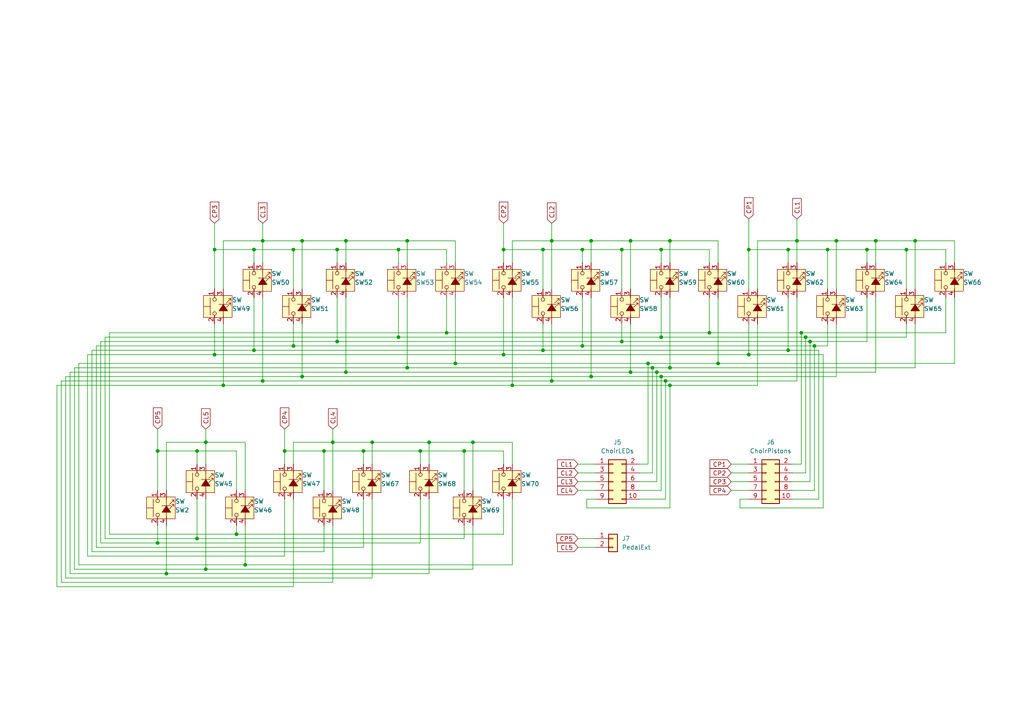
<source format=kicad_sch>
(kicad_sch
	(version 20231120)
	(generator "eeschema")
	(generator_version "8.0")
	(uuid "9e0fe9a1-2c29-410b-b6e5-a7a189a13694")
	(paper "A4")
	(lib_symbols
		(symbol "Connector_Generic:Conn_01x02"
			(pin_names
				(offset 1.016) hide)
			(exclude_from_sim no)
			(in_bom yes)
			(on_board yes)
			(property "Reference" "J"
				(at 0 2.54 0)
				(effects
					(font
						(size 1.27 1.27)
					)
				)
			)
			(property "Value" "Conn_01x02"
				(at 0 -5.08 0)
				(effects
					(font
						(size 1.27 1.27)
					)
				)
			)
			(property "Footprint" ""
				(at 0 0 0)
				(effects
					(font
						(size 1.27 1.27)
					)
					(hide yes)
				)
			)
			(property "Datasheet" "~"
				(at 0 0 0)
				(effects
					(font
						(size 1.27 1.27)
					)
					(hide yes)
				)
			)
			(property "Description" "Generic connector, single row, 01x02, script generated (kicad-library-utils/schlib/autogen/connector/)"
				(at 0 0 0)
				(effects
					(font
						(size 1.27 1.27)
					)
					(hide yes)
				)
			)
			(property "ki_keywords" "connector"
				(at 0 0 0)
				(effects
					(font
						(size 1.27 1.27)
					)
					(hide yes)
				)
			)
			(property "ki_fp_filters" "Connector*:*_1x??_*"
				(at 0 0 0)
				(effects
					(font
						(size 1.27 1.27)
					)
					(hide yes)
				)
			)
			(symbol "Conn_01x02_1_1"
				(rectangle
					(start -1.27 -2.413)
					(end 0 -2.667)
					(stroke
						(width 0.1524)
						(type default)
					)
					(fill
						(type none)
					)
				)
				(rectangle
					(start -1.27 0.127)
					(end 0 -0.127)
					(stroke
						(width 0.1524)
						(type default)
					)
					(fill
						(type none)
					)
				)
				(rectangle
					(start -1.27 1.27)
					(end 1.27 -3.81)
					(stroke
						(width 0.254)
						(type default)
					)
					(fill
						(type background)
					)
				)
				(pin passive line
					(at -5.08 0 0)
					(length 3.81)
					(name "Pin_1"
						(effects
							(font
								(size 1.27 1.27)
							)
						)
					)
					(number "1"
						(effects
							(font
								(size 1.27 1.27)
							)
						)
					)
				)
				(pin passive line
					(at -5.08 -2.54 0)
					(length 3.81)
					(name "Pin_2"
						(effects
							(font
								(size 1.27 1.27)
							)
						)
					)
					(number "2"
						(effects
							(font
								(size 1.27 1.27)
							)
						)
					)
				)
			)
		)
		(symbol "Connector_Generic:Conn_02x05_Odd_Even"
			(pin_names
				(offset 1.016) hide)
			(exclude_from_sim no)
			(in_bom yes)
			(on_board yes)
			(property "Reference" "J"
				(at 1.27 7.62 0)
				(effects
					(font
						(size 1.27 1.27)
					)
				)
			)
			(property "Value" "Conn_02x05_Odd_Even"
				(at 1.27 -7.62 0)
				(effects
					(font
						(size 1.27 1.27)
					)
				)
			)
			(property "Footprint" ""
				(at 0 0 0)
				(effects
					(font
						(size 1.27 1.27)
					)
					(hide yes)
				)
			)
			(property "Datasheet" "~"
				(at 0 0 0)
				(effects
					(font
						(size 1.27 1.27)
					)
					(hide yes)
				)
			)
			(property "Description" "Generic connector, double row, 02x05, odd/even pin numbering scheme (row 1 odd numbers, row 2 even numbers), script generated (kicad-library-utils/schlib/autogen/connector/)"
				(at 0 0 0)
				(effects
					(font
						(size 1.27 1.27)
					)
					(hide yes)
				)
			)
			(property "ki_keywords" "connector"
				(at 0 0 0)
				(effects
					(font
						(size 1.27 1.27)
					)
					(hide yes)
				)
			)
			(property "ki_fp_filters" "Connector*:*_2x??_*"
				(at 0 0 0)
				(effects
					(font
						(size 1.27 1.27)
					)
					(hide yes)
				)
			)
			(symbol "Conn_02x05_Odd_Even_1_1"
				(rectangle
					(start -1.27 -4.953)
					(end 0 -5.207)
					(stroke
						(width 0.1524)
						(type default)
					)
					(fill
						(type none)
					)
				)
				(rectangle
					(start -1.27 -2.413)
					(end 0 -2.667)
					(stroke
						(width 0.1524)
						(type default)
					)
					(fill
						(type none)
					)
				)
				(rectangle
					(start -1.27 0.127)
					(end 0 -0.127)
					(stroke
						(width 0.1524)
						(type default)
					)
					(fill
						(type none)
					)
				)
				(rectangle
					(start -1.27 2.667)
					(end 0 2.413)
					(stroke
						(width 0.1524)
						(type default)
					)
					(fill
						(type none)
					)
				)
				(rectangle
					(start -1.27 5.207)
					(end 0 4.953)
					(stroke
						(width 0.1524)
						(type default)
					)
					(fill
						(type none)
					)
				)
				(rectangle
					(start -1.27 6.35)
					(end 3.81 -6.35)
					(stroke
						(width 0.254)
						(type default)
					)
					(fill
						(type background)
					)
				)
				(rectangle
					(start 3.81 -4.953)
					(end 2.54 -5.207)
					(stroke
						(width 0.1524)
						(type default)
					)
					(fill
						(type none)
					)
				)
				(rectangle
					(start 3.81 -2.413)
					(end 2.54 -2.667)
					(stroke
						(width 0.1524)
						(type default)
					)
					(fill
						(type none)
					)
				)
				(rectangle
					(start 3.81 0.127)
					(end 2.54 -0.127)
					(stroke
						(width 0.1524)
						(type default)
					)
					(fill
						(type none)
					)
				)
				(rectangle
					(start 3.81 2.667)
					(end 2.54 2.413)
					(stroke
						(width 0.1524)
						(type default)
					)
					(fill
						(type none)
					)
				)
				(rectangle
					(start 3.81 5.207)
					(end 2.54 4.953)
					(stroke
						(width 0.1524)
						(type default)
					)
					(fill
						(type none)
					)
				)
				(pin passive line
					(at -5.08 5.08 0)
					(length 3.81)
					(name "Pin_1"
						(effects
							(font
								(size 1.27 1.27)
							)
						)
					)
					(number "1"
						(effects
							(font
								(size 1.27 1.27)
							)
						)
					)
				)
				(pin passive line
					(at 7.62 -5.08 180)
					(length 3.81)
					(name "Pin_10"
						(effects
							(font
								(size 1.27 1.27)
							)
						)
					)
					(number "10"
						(effects
							(font
								(size 1.27 1.27)
							)
						)
					)
				)
				(pin passive line
					(at 7.62 5.08 180)
					(length 3.81)
					(name "Pin_2"
						(effects
							(font
								(size 1.27 1.27)
							)
						)
					)
					(number "2"
						(effects
							(font
								(size 1.27 1.27)
							)
						)
					)
				)
				(pin passive line
					(at -5.08 2.54 0)
					(length 3.81)
					(name "Pin_3"
						(effects
							(font
								(size 1.27 1.27)
							)
						)
					)
					(number "3"
						(effects
							(font
								(size 1.27 1.27)
							)
						)
					)
				)
				(pin passive line
					(at 7.62 2.54 180)
					(length 3.81)
					(name "Pin_4"
						(effects
							(font
								(size 1.27 1.27)
							)
						)
					)
					(number "4"
						(effects
							(font
								(size 1.27 1.27)
							)
						)
					)
				)
				(pin passive line
					(at -5.08 0 0)
					(length 3.81)
					(name "Pin_5"
						(effects
							(font
								(size 1.27 1.27)
							)
						)
					)
					(number "5"
						(effects
							(font
								(size 1.27 1.27)
							)
						)
					)
				)
				(pin passive line
					(at 7.62 0 180)
					(length 3.81)
					(name "Pin_6"
						(effects
							(font
								(size 1.27 1.27)
							)
						)
					)
					(number "6"
						(effects
							(font
								(size 1.27 1.27)
							)
						)
					)
				)
				(pin passive line
					(at -5.08 -2.54 0)
					(length 3.81)
					(name "Pin_7"
						(effects
							(font
								(size 1.27 1.27)
							)
						)
					)
					(number "7"
						(effects
							(font
								(size 1.27 1.27)
							)
						)
					)
				)
				(pin passive line
					(at 7.62 -2.54 180)
					(length 3.81)
					(name "Pin_8"
						(effects
							(font
								(size 1.27 1.27)
							)
						)
					)
					(number "8"
						(effects
							(font
								(size 1.27 1.27)
							)
						)
					)
				)
				(pin passive line
					(at -5.08 -5.08 0)
					(length 3.81)
					(name "Pin_9"
						(effects
							(font
								(size 1.27 1.27)
							)
						)
					)
					(number "9"
						(effects
							(font
								(size 1.27 1.27)
							)
						)
					)
				)
			)
		)
		(symbol "Switch:SW_Push_LED"
			(pin_names
				(offset 1.016) hide)
			(exclude_from_sim no)
			(in_bom yes)
			(on_board yes)
			(property "Reference" "SW"
				(at 0 7.62 0)
				(effects
					(font
						(size 1.27 1.27)
					)
				)
			)
			(property "Value" "SW_Push_LED"
				(at 0 -3.81 0)
				(effects
					(font
						(size 1.27 1.27)
					)
				)
			)
			(property "Footprint" ""
				(at 0 7.62 0)
				(effects
					(font
						(size 1.27 1.27)
					)
					(hide yes)
				)
			)
			(property "Datasheet" "~"
				(at 0 7.62 0)
				(effects
					(font
						(size 1.27 1.27)
					)
					(hide yes)
				)
			)
			(property "Description" "Push button switch with LED, generic"
				(at 0 0 0)
				(effects
					(font
						(size 1.27 1.27)
					)
					(hide yes)
				)
			)
			(property "ki_keywords" "switch normally-open pushbutton push-button LED"
				(at 0 0 0)
				(effects
					(font
						(size 1.27 1.27)
					)
					(hide yes)
				)
			)
			(symbol "SW_Push_LED_0_0"
				(polyline
					(pts
						(xy -2.54 0) (xy 2.54 0)
					)
					(stroke
						(width 0)
						(type default)
					)
					(fill
						(type none)
					)
				)
				(polyline
					(pts
						(xy -2.286 -2.159) (xy -1.016 -0.889)
					)
					(stroke
						(width 0)
						(type default)
					)
					(fill
						(type none)
					)
				)
				(polyline
					(pts
						(xy -1.016 -2.159) (xy 0.254 -0.889)
					)
					(stroke
						(width 0)
						(type default)
					)
					(fill
						(type none)
					)
				)
				(polyline
					(pts
						(xy -0.635 1.27) (xy -0.635 -1.27)
					)
					(stroke
						(width 0)
						(type default)
					)
					(fill
						(type none)
					)
				)
				(polyline
					(pts
						(xy -2.286 -1.524) (xy -2.286 -2.159) (xy -1.651 -2.159)
					)
					(stroke
						(width 0)
						(type default)
					)
					(fill
						(type none)
					)
				)
				(polyline
					(pts
						(xy -1.016 -1.524) (xy -1.016 -2.159) (xy -0.381 -2.159)
					)
					(stroke
						(width 0)
						(type default)
					)
					(fill
						(type none)
					)
				)
				(polyline
					(pts
						(xy -0.635 0) (xy 1.27 1.27) (xy 1.27 -1.27) (xy -0.635 0)
					)
					(stroke
						(width 0)
						(type default)
					)
					(fill
						(type outline)
					)
				)
			)
			(symbol "SW_Push_LED_0_1"
				(circle
					(center -2.032 2.54)
					(radius 0.508)
					(stroke
						(width 0)
						(type default)
					)
					(fill
						(type none)
					)
				)
				(polyline
					(pts
						(xy 0 3.81) (xy 0 5.588)
					)
					(stroke
						(width 0)
						(type default)
					)
					(fill
						(type none)
					)
				)
				(polyline
					(pts
						(xy 2.54 3.81) (xy -2.54 3.81)
					)
					(stroke
						(width 0)
						(type default)
					)
					(fill
						(type none)
					)
				)
				(circle
					(center 2.032 2.54)
					(radius 0.508)
					(stroke
						(width 0)
						(type default)
					)
					(fill
						(type none)
					)
				)
				(pin passive line
					(at -5.08 2.54 0)
					(length 2.54)
					(name "1"
						(effects
							(font
								(size 1.27 1.27)
							)
						)
					)
					(number "1"
						(effects
							(font
								(size 1.27 1.27)
							)
						)
					)
				)
				(pin passive line
					(at 5.08 2.54 180)
					(length 2.54)
					(name "2"
						(effects
							(font
								(size 1.27 1.27)
							)
						)
					)
					(number "2"
						(effects
							(font
								(size 1.27 1.27)
							)
						)
					)
				)
				(pin passive line
					(at -5.08 0 0)
					(length 2.54)
					(name "K"
						(effects
							(font
								(size 1.27 1.27)
							)
						)
					)
					(number "3"
						(effects
							(font
								(size 1.27 1.27)
							)
						)
					)
				)
				(pin passive line
					(at 5.08 0 180)
					(length 2.54)
					(name "A"
						(effects
							(font
								(size 1.27 1.27)
							)
						)
					)
					(number "4"
						(effects
							(font
								(size 1.27 1.27)
							)
						)
					)
				)
			)
			(symbol "SW_Push_LED_1_1"
				(rectangle
					(start -3.175 5.715)
					(end 3.175 -2.54)
					(stroke
						(width 0)
						(type default)
					)
					(fill
						(type background)
					)
				)
			)
		)
	)
	(junction
		(at 129.54 96.52)
		(diameter 0)
		(color 0 0 0 0)
		(uuid "05e69f33-0ba6-4458-aa58-9ad16206aa3a")
	)
	(junction
		(at 240.03 72.39)
		(diameter 0)
		(color 0 0 0 0)
		(uuid "0700e247-ad8e-46d5-a354-98e74f10f20a")
	)
	(junction
		(at 118.11 69.85)
		(diameter 0)
		(color 0 0 0 0)
		(uuid "087c5067-59f9-4ef2-8662-23656064e5da")
	)
	(junction
		(at 87.63 69.85)
		(diameter 0)
		(color 0 0 0 0)
		(uuid "0dcde4a6-2d4a-44b5-b5c3-f00004b2b9d4")
	)
	(junction
		(at 191.77 72.39)
		(diameter 0)
		(color 0 0 0 0)
		(uuid "0ff10a96-51de-4ee9-b1f6-b429090df930")
	)
	(junction
		(at 146.05 102.87)
		(diameter 0)
		(color 0 0 0 0)
		(uuid "124c8d74-2983-4a28-be83-7b5ae9fdb2db")
	)
	(junction
		(at 100.33 107.95)
		(diameter 0)
		(color 0 0 0 0)
		(uuid "1457dc22-5e0f-45d5-8a00-ae53f0c4e965")
	)
	(junction
		(at 45.72 130.81)
		(diameter 0)
		(color 0 0 0 0)
		(uuid "163dd259-1a7f-4ee2-8d99-a652d8f3b8a8")
	)
	(junction
		(at 73.66 72.39)
		(diameter 0)
		(color 0 0 0 0)
		(uuid "19b22df1-2dcc-4f02-97d3-9fcd5b031ead")
	)
	(junction
		(at 148.59 111.76)
		(diameter 0)
		(color 0 0 0 0)
		(uuid "20d5e9f3-ddfb-4ddd-86c5-c0e45c39b1f4")
	)
	(junction
		(at 262.89 72.39)
		(diameter 0)
		(color 0 0 0 0)
		(uuid "21c61e11-2c1f-47ba-a1f1-132648e5d38e")
	)
	(junction
		(at 182.88 69.85)
		(diameter 0)
		(color 0 0 0 0)
		(uuid "223c9b35-5f55-486b-8b10-b320d4eb0fee")
	)
	(junction
		(at 82.55 130.81)
		(diameter 0)
		(color 0 0 0 0)
		(uuid "243023a3-cf9a-4b6d-9076-b81b0551ea11")
	)
	(junction
		(at 97.79 99.06)
		(diameter 0)
		(color 0 0 0 0)
		(uuid "2f49039f-7853-4f2e-a65b-81ec9616c1fd")
	)
	(junction
		(at 217.17 102.87)
		(diameter 0)
		(color 0 0 0 0)
		(uuid "30d714d0-c87f-4723-95a0-86c1f8323466")
	)
	(junction
		(at 171.45 109.22)
		(diameter 0)
		(color 0 0 0 0)
		(uuid "33582a5a-d54e-42ab-b819-bd786553a996")
	)
	(junction
		(at 182.88 107.95)
		(diameter 0)
		(color 0 0 0 0)
		(uuid "34eef76b-446f-4ebf-82d0-61002e742157")
	)
	(junction
		(at 191.77 109.22)
		(diameter 0)
		(color 0 0 0 0)
		(uuid "3602b672-1eff-4d7a-8141-3a5c9bc2c8b3")
	)
	(junction
		(at 59.69 165.1)
		(diameter 0)
		(color 0 0 0 0)
		(uuid "3e759e21-c356-4ca8-9c63-dc40b76a0a93")
	)
	(junction
		(at 157.48 101.6)
		(diameter 0)
		(color 0 0 0 0)
		(uuid "41807b48-636f-4ccf-935f-113448c47b06")
	)
	(junction
		(at 190.5 107.95)
		(diameter 0)
		(color 0 0 0 0)
		(uuid "45efb98c-b3d7-4f22-bd19-fb4a5d24ee82")
	)
	(junction
		(at 187.96 105.41)
		(diameter 0)
		(color 0 0 0 0)
		(uuid "462daef5-2f51-49e7-a245-3447b99d3bf0")
	)
	(junction
		(at 48.26 166.37)
		(diameter 0)
		(color 0 0 0 0)
		(uuid "46abfe58-64ac-4ec4-8fb3-98e2645d01a8")
	)
	(junction
		(at 107.95 128.27)
		(diameter 0)
		(color 0 0 0 0)
		(uuid "4b598439-84d3-4bc9-b4ef-1f8bd1358753")
	)
	(junction
		(at 228.6 72.39)
		(diameter 0)
		(color 0 0 0 0)
		(uuid "4f22edff-da50-4917-9e95-53dd1d26f2c0")
	)
	(junction
		(at 71.12 163.83)
		(diameter 0)
		(color 0 0 0 0)
		(uuid "50098f8c-b263-49d6-9093-cb0717ecd9c5")
	)
	(junction
		(at 64.77 111.76)
		(diameter 0)
		(color 0 0 0 0)
		(uuid "50afb608-1d10-43ac-8b20-55d003425e7a")
	)
	(junction
		(at 121.92 130.81)
		(diameter 0)
		(color 0 0 0 0)
		(uuid "53045812-64d2-481c-b589-60410cc72c03")
	)
	(junction
		(at 191.77 97.79)
		(diameter 0)
		(color 0 0 0 0)
		(uuid "55e248b2-54c8-43f0-a5a1-ef882b5f4391")
	)
	(junction
		(at 193.04 110.49)
		(diameter 0)
		(color 0 0 0 0)
		(uuid "5816cf4d-5a23-4d47-8504-0a222050d808")
	)
	(junction
		(at 217.17 72.39)
		(diameter 0)
		(color 0 0 0 0)
		(uuid "5ca5d621-0933-4e20-b734-bc29bc261bab")
	)
	(junction
		(at 168.91 100.33)
		(diameter 0)
		(color 0 0 0 0)
		(uuid "6819bcf2-09d5-447d-b7a8-126995c07120")
	)
	(junction
		(at 62.23 102.87)
		(diameter 0)
		(color 0 0 0 0)
		(uuid "69e203b7-d8b1-4668-892a-321e7bc33b05")
	)
	(junction
		(at 189.23 106.68)
		(diameter 0)
		(color 0 0 0 0)
		(uuid "6b038cc9-058d-4cf1-ab95-9dff760f6a07")
	)
	(junction
		(at 205.74 96.52)
		(diameter 0)
		(color 0 0 0 0)
		(uuid "6b3bd05b-ab2d-4376-a728-3ccc5cbc98c1")
	)
	(junction
		(at 160.02 69.85)
		(diameter 0)
		(color 0 0 0 0)
		(uuid "71b46f5b-a1b2-43b7-b5da-3b11fe6e4bbe")
	)
	(junction
		(at 68.58 154.94)
		(diameter 0)
		(color 0 0 0 0)
		(uuid "754cec2d-9518-4d66-bb87-bbb34239f079")
	)
	(junction
		(at 160.02 110.49)
		(diameter 0)
		(color 0 0 0 0)
		(uuid "802727d9-f9f4-40e6-92ca-e51f18116635")
	)
	(junction
		(at 59.69 128.27)
		(diameter 0)
		(color 0 0 0 0)
		(uuid "80920ac4-696a-4d4f-b5f4-e900ebc9eb07")
	)
	(junction
		(at 194.31 111.76)
		(diameter 0)
		(color 0 0 0 0)
		(uuid "81ca96e7-30f7-44a5-aa64-7b374242e02a")
	)
	(junction
		(at 194.31 106.68)
		(diameter 0)
		(color 0 0 0 0)
		(uuid "85a8df23-669d-47d2-be27-be990c218342")
	)
	(junction
		(at 180.34 72.39)
		(diameter 0)
		(color 0 0 0 0)
		(uuid "85e97608-efa6-43c6-ab77-cb64a1372d78")
	)
	(junction
		(at 87.63 109.22)
		(diameter 0)
		(color 0 0 0 0)
		(uuid "85feb9d5-00c5-4c19-9f9e-7f4f4c723824")
	)
	(junction
		(at 118.11 106.68)
		(diameter 0)
		(color 0 0 0 0)
		(uuid "877c366b-08df-4640-b82a-ffe61c4f985b")
	)
	(junction
		(at 232.41 96.52)
		(diameter 0)
		(color 0 0 0 0)
		(uuid "88f18169-abdf-4694-947d-c686e26a185b")
	)
	(junction
		(at 251.46 72.39)
		(diameter 0)
		(color 0 0 0 0)
		(uuid "8d875cdb-4b27-4cf7-a8da-9aa1e27dd0f8")
	)
	(junction
		(at 265.43 69.85)
		(diameter 0)
		(color 0 0 0 0)
		(uuid "8f0c3e3b-a164-4710-ab0d-c3afda65eb02")
	)
	(junction
		(at 171.45 69.85)
		(diameter 0)
		(color 0 0 0 0)
		(uuid "9530be37-77da-4add-ac26-afc47c3526b0")
	)
	(junction
		(at 57.15 130.81)
		(diameter 0)
		(color 0 0 0 0)
		(uuid "96770ce8-f5ad-4fd2-9edb-7ad714ef144a")
	)
	(junction
		(at 105.41 130.81)
		(diameter 0)
		(color 0 0 0 0)
		(uuid "9787a42e-54f9-4928-9c18-2e54b99f5aa1")
	)
	(junction
		(at 93.98 130.81)
		(diameter 0)
		(color 0 0 0 0)
		(uuid "986f2204-c58a-4dfe-8fd2-f424f66a0fe7")
	)
	(junction
		(at 231.14 69.85)
		(diameter 0)
		(color 0 0 0 0)
		(uuid "9945a184-2a31-4b4f-be0e-01e086b50ce6")
	)
	(junction
		(at 62.23 72.39)
		(diameter 0)
		(color 0 0 0 0)
		(uuid "9c412364-1ea6-4869-99ef-c92ea39d1ea7")
	)
	(junction
		(at 85.09 100.33)
		(diameter 0)
		(color 0 0 0 0)
		(uuid "9e669028-f99c-44af-848e-3c27d4239a94")
	)
	(junction
		(at 76.2 69.85)
		(diameter 0)
		(color 0 0 0 0)
		(uuid "9fa57b9d-197c-49e2-8285-1b3a8c6b2240")
	)
	(junction
		(at 85.09 72.39)
		(diameter 0)
		(color 0 0 0 0)
		(uuid "a15920ce-7c60-4dde-b717-cf426f6d589c")
	)
	(junction
		(at 45.72 157.48)
		(diameter 0)
		(color 0 0 0 0)
		(uuid "a6724e63-baf2-4d08-b331-65b366707521")
	)
	(junction
		(at 168.91 72.39)
		(diameter 0)
		(color 0 0 0 0)
		(uuid "a8b1c859-b307-4794-b719-28376eb26aee")
	)
	(junction
		(at 234.95 99.06)
		(diameter 0)
		(color 0 0 0 0)
		(uuid "af4c8a30-b442-40d4-98d5-c1d94b6380e4")
	)
	(junction
		(at 96.52 128.27)
		(diameter 0)
		(color 0 0 0 0)
		(uuid "b0e656f5-d2e4-4920-9283-bda0abd0bf3b")
	)
	(junction
		(at 180.34 99.06)
		(diameter 0)
		(color 0 0 0 0)
		(uuid "b30b8573-3fae-4d66-b3ce-8cb165146004")
	)
	(junction
		(at 208.28 105.41)
		(diameter 0)
		(color 0 0 0 0)
		(uuid "b4532f5d-ec9b-4f42-8ad2-fc5494241c5d")
	)
	(junction
		(at 124.46 128.27)
		(diameter 0)
		(color 0 0 0 0)
		(uuid "b6125731-7679-4d17-825c-4881b5e25f73")
	)
	(junction
		(at 115.57 97.79)
		(diameter 0)
		(color 0 0 0 0)
		(uuid "b6f7502b-1c38-44bb-a64b-3d028a1e8d87")
	)
	(junction
		(at 157.48 72.39)
		(diameter 0)
		(color 0 0 0 0)
		(uuid "b810788f-4149-4398-9980-1e8c406b0204")
	)
	(junction
		(at 134.62 130.81)
		(diameter 0)
		(color 0 0 0 0)
		(uuid "bb195715-4d99-495f-b277-bc182f3ae277")
	)
	(junction
		(at 132.08 105.41)
		(diameter 0)
		(color 0 0 0 0)
		(uuid "be0f5f6e-0a3f-470b-b6b1-ea864e2fdb58")
	)
	(junction
		(at 194.31 69.85)
		(diameter 0)
		(color 0 0 0 0)
		(uuid "bf6924a5-8d74-41c4-954d-c89ae86d6fe1")
	)
	(junction
		(at 100.33 69.85)
		(diameter 0)
		(color 0 0 0 0)
		(uuid "c2e28995-4cf0-454c-b3e6-22a70ef223c6")
	)
	(junction
		(at 254 69.85)
		(diameter 0)
		(color 0 0 0 0)
		(uuid "c3f6da20-2477-4263-99fb-b57a0927a825")
	)
	(junction
		(at 76.2 110.49)
		(diameter 0)
		(color 0 0 0 0)
		(uuid "cc49ce67-f84f-4320-be9b-ce49422e43eb")
	)
	(junction
		(at 242.57 69.85)
		(diameter 0)
		(color 0 0 0 0)
		(uuid "cfba65f3-c4af-4b50-b724-3dd502b2e14f")
	)
	(junction
		(at 115.57 72.39)
		(diameter 0)
		(color 0 0 0 0)
		(uuid "d71944ed-e169-45c7-8cdf-5edc5632b9cd")
	)
	(junction
		(at 146.05 72.39)
		(diameter 0)
		(color 0 0 0 0)
		(uuid "d85d37b4-551e-4dce-92eb-49d7f56cda34")
	)
	(junction
		(at 228.6 101.6)
		(diameter 0)
		(color 0 0 0 0)
		(uuid "e45cdf83-d04f-4598-98b7-1734a428dad7")
	)
	(junction
		(at 73.66 101.6)
		(diameter 0)
		(color 0 0 0 0)
		(uuid "e4f9c4ec-b620-441f-94ec-cdcdee0730cc")
	)
	(junction
		(at 97.79 72.39)
		(diameter 0)
		(color 0 0 0 0)
		(uuid "ec04c10e-9ea6-45f2-9d28-6e1348f26d8e")
	)
	(junction
		(at 233.68 97.79)
		(diameter 0)
		(color 0 0 0 0)
		(uuid "ec909b6b-939e-4e12-9342-f3eb57e1dd45")
	)
	(junction
		(at 57.15 156.21)
		(diameter 0)
		(color 0 0 0 0)
		(uuid "eea19a9a-9268-4993-88f5-69b3b45ff83f")
	)
	(junction
		(at 236.22 100.33)
		(diameter 0)
		(color 0 0 0 0)
		(uuid "f7e073a9-ee5f-4753-917f-83377ffcaa57")
	)
	(junction
		(at 137.16 128.27)
		(diameter 0)
		(color 0 0 0 0)
		(uuid "fd11e9cb-b61e-495f-a11a-b932cf961104")
	)
	(wire
		(pts
			(xy 129.54 76.2) (xy 129.54 72.39)
		)
		(stroke
			(width 0)
			(type default)
		)
		(uuid "00b932cb-8bc1-450b-94b9-a2adf1664858")
	)
	(wire
		(pts
			(xy 232.41 134.62) (xy 232.41 96.52)
		)
		(stroke
			(width 0)
			(type default)
		)
		(uuid "011b9e1f-c5e3-41d6-b8e8-ff3f92705718")
	)
	(wire
		(pts
			(xy 219.71 69.85) (xy 231.14 69.85)
		)
		(stroke
			(width 0)
			(type default)
		)
		(uuid "02836294-35ed-49c5-9762-2c822fcab1b5")
	)
	(wire
		(pts
			(xy 146.05 76.2) (xy 146.05 72.39)
		)
		(stroke
			(width 0)
			(type default)
		)
		(uuid "037e2e46-93f5-471d-a97b-0a091df0a7c0")
	)
	(wire
		(pts
			(xy 118.11 69.85) (xy 100.33 69.85)
		)
		(stroke
			(width 0)
			(type default)
		)
		(uuid "04689d3a-dbab-4b85-a604-45a93269dc68")
	)
	(wire
		(pts
			(xy 180.34 99.06) (xy 97.79 99.06)
		)
		(stroke
			(width 0)
			(type default)
		)
		(uuid "048f0d1f-77b7-4483-9795-8a152f7ebdd3")
	)
	(wire
		(pts
			(xy 26.67 101.6) (xy 73.66 101.6)
		)
		(stroke
			(width 0)
			(type default)
		)
		(uuid "056121c7-0784-4c4c-92e6-e3b4a731fb84")
	)
	(wire
		(pts
			(xy 20.32 107.95) (xy 100.33 107.95)
		)
		(stroke
			(width 0)
			(type default)
		)
		(uuid "057fbe7b-44a1-48bd-8561-07236094d7f4")
	)
	(wire
		(pts
			(xy 168.91 86.36) (xy 168.91 100.33)
		)
		(stroke
			(width 0)
			(type default)
		)
		(uuid "072812ab-a620-4b75-98fd-c2c92f7f7ec0")
	)
	(wire
		(pts
			(xy 118.11 106.68) (xy 189.23 106.68)
		)
		(stroke
			(width 0)
			(type default)
		)
		(uuid "07a0b7c0-1f46-4a16-ad1e-4d76dd61660f")
	)
	(wire
		(pts
			(xy 118.11 69.85) (xy 118.11 76.2)
		)
		(stroke
			(width 0)
			(type default)
		)
		(uuid "0889f8b6-5482-49dd-b547-76c7f4dfb9af")
	)
	(wire
		(pts
			(xy 76.2 69.85) (xy 76.2 76.2)
		)
		(stroke
			(width 0)
			(type default)
		)
		(uuid "0ae99a8f-b391-4af4-ab55-2408f71677cb")
	)
	(wire
		(pts
			(xy 93.98 152.4) (xy 93.98 160.02)
		)
		(stroke
			(width 0)
			(type default)
		)
		(uuid "0b268ed0-dcd6-4810-a20d-0a0769ff0a99")
	)
	(wire
		(pts
			(xy 219.71 83.82) (xy 219.71 69.85)
		)
		(stroke
			(width 0)
			(type default)
		)
		(uuid "0c28eaec-4eaa-4b84-a2a0-f045525853b1")
	)
	(wire
		(pts
			(xy 137.16 165.1) (xy 59.69 165.1)
		)
		(stroke
			(width 0)
			(type default)
		)
		(uuid "0c4f4513-1424-4a4d-afa8-4b1aa97c0f4c")
	)
	(wire
		(pts
			(xy 242.57 69.85) (xy 242.57 83.82)
		)
		(stroke
			(width 0)
			(type default)
		)
		(uuid "0c508419-26e9-4138-a6cb-ce1f6de628ef")
	)
	(wire
		(pts
			(xy 242.57 69.85) (xy 231.14 69.85)
		)
		(stroke
			(width 0)
			(type default)
		)
		(uuid "0d78ab09-aedd-455c-82c1-945769ec6394")
	)
	(wire
		(pts
			(xy 45.72 157.48) (xy 45.72 152.4)
		)
		(stroke
			(width 0)
			(type default)
		)
		(uuid "0d91b5f6-7f00-470b-9fe6-93e81487da5b")
	)
	(wire
		(pts
			(xy 76.2 64.77) (xy 76.2 69.85)
		)
		(stroke
			(width 0)
			(type default)
		)
		(uuid "0e37b926-160e-4bd7-92b5-9aad32e7f4cc")
	)
	(wire
		(pts
			(xy 124.46 166.37) (xy 48.26 166.37)
		)
		(stroke
			(width 0)
			(type default)
		)
		(uuid "0f64446f-084a-4fca-bd5d-1ddbe820aa07")
	)
	(wire
		(pts
			(xy 254 86.36) (xy 254 107.95)
		)
		(stroke
			(width 0)
			(type default)
		)
		(uuid "0fb4c76b-4f6c-4c6c-805b-2a160575eddb")
	)
	(wire
		(pts
			(xy 167.64 137.16) (xy 172.72 137.16)
		)
		(stroke
			(width 0)
			(type default)
		)
		(uuid "0ffb3a88-71e5-4afa-8276-928d9eb33e63")
	)
	(wire
		(pts
			(xy 167.64 156.21) (xy 172.72 156.21)
		)
		(stroke
			(width 0)
			(type default)
		)
		(uuid "1177f830-d8ca-4c4b-955f-1c58176bfcf1")
	)
	(wire
		(pts
			(xy 16.51 111.76) (xy 64.77 111.76)
		)
		(stroke
			(width 0)
			(type default)
		)
		(uuid "129b3b73-7995-48c4-a5e5-5e44c5e70525")
	)
	(wire
		(pts
			(xy 231.14 69.85) (xy 231.14 76.2)
		)
		(stroke
			(width 0)
			(type default)
		)
		(uuid "133717c6-5ad4-4568-aed6-05bce7a0974e")
	)
	(wire
		(pts
			(xy 25.4 161.29) (xy 25.4 102.87)
		)
		(stroke
			(width 0)
			(type default)
		)
		(uuid "138b5c00-0131-464c-b267-ee135e53f3a2")
	)
	(wire
		(pts
			(xy 194.31 147.32) (xy 194.31 111.76)
		)
		(stroke
			(width 0)
			(type default)
		)
		(uuid "1410d525-6342-4aa3-a0e2-25a3bd8d7763")
	)
	(wire
		(pts
			(xy 265.43 93.98) (xy 265.43 106.68)
		)
		(stroke
			(width 0)
			(type default)
		)
		(uuid "15d46324-2dd3-4bb4-85ad-112cd4dbffaa")
	)
	(wire
		(pts
			(xy 274.32 72.39) (xy 262.89 72.39)
		)
		(stroke
			(width 0)
			(type default)
		)
		(uuid "16149b56-dda0-42ac-886f-d3313d298561")
	)
	(wire
		(pts
			(xy 193.04 144.78) (xy 193.04 110.49)
		)
		(stroke
			(width 0)
			(type default)
		)
		(uuid "1622bc94-0046-48a5-9119-0d6588dd2b06")
	)
	(wire
		(pts
			(xy 182.88 69.85) (xy 171.45 69.85)
		)
		(stroke
			(width 0)
			(type default)
		)
		(uuid "16d7eb75-ca8e-47fb-9d31-ba2de384cfe9")
	)
	(wire
		(pts
			(xy 85.09 100.33) (xy 85.09 93.98)
		)
		(stroke
			(width 0)
			(type default)
		)
		(uuid "17208aa2-5ab3-4624-8305-3d1f9be3829e")
	)
	(wire
		(pts
			(xy 59.69 124.46) (xy 59.69 128.27)
		)
		(stroke
			(width 0)
			(type default)
		)
		(uuid "1729afc7-7d12-4a4d-9d47-34e6ca4f66f4")
	)
	(wire
		(pts
			(xy 205.74 72.39) (xy 191.77 72.39)
		)
		(stroke
			(width 0)
			(type default)
		)
		(uuid "17afe618-15fe-49d9-9d4e-9fe2dc453a84")
	)
	(wire
		(pts
			(xy 146.05 144.78) (xy 146.05 154.94)
		)
		(stroke
			(width 0)
			(type default)
		)
		(uuid "17f823b6-b33e-42d1-b703-1a344ca42505")
	)
	(wire
		(pts
			(xy 137.16 152.4) (xy 137.16 165.1)
		)
		(stroke
			(width 0)
			(type default)
		)
		(uuid "181f78f7-3d57-4efa-a0b3-ffcebbd60637")
	)
	(wire
		(pts
			(xy 212.09 142.24) (xy 217.17 142.24)
		)
		(stroke
			(width 0)
			(type default)
		)
		(uuid "18f9e3d8-394e-47ce-9e7b-49bf17baad1f")
	)
	(wire
		(pts
			(xy 238.76 102.87) (xy 217.17 102.87)
		)
		(stroke
			(width 0)
			(type default)
		)
		(uuid "19106de4-3612-4949-9ac2-cb2b175ddc0e")
	)
	(wire
		(pts
			(xy 85.09 144.78) (xy 85.09 170.18)
		)
		(stroke
			(width 0)
			(type default)
		)
		(uuid "194492b9-02b1-44a3-828d-08c9aa4a21bf")
	)
	(wire
		(pts
			(xy 93.98 160.02) (xy 26.67 160.02)
		)
		(stroke
			(width 0)
			(type default)
		)
		(uuid "1a16a05b-1780-490f-a1f3-a5884459b55e")
	)
	(wire
		(pts
			(xy 240.03 100.33) (xy 236.22 100.33)
		)
		(stroke
			(width 0)
			(type default)
		)
		(uuid "1a9b1427-f375-4c8d-bde2-88fb75412418")
	)
	(wire
		(pts
			(xy 233.68 137.16) (xy 233.68 97.79)
		)
		(stroke
			(width 0)
			(type default)
		)
		(uuid "1bfbf962-51a3-40b3-af31-d72011312632")
	)
	(wire
		(pts
			(xy 73.66 76.2) (xy 73.66 72.39)
		)
		(stroke
			(width 0)
			(type default)
		)
		(uuid "1ca81dc0-afc3-4603-a658-70dbe6b39f22")
	)
	(wire
		(pts
			(xy 214.63 144.78) (xy 214.63 147.32)
		)
		(stroke
			(width 0)
			(type default)
		)
		(uuid "1d4a7f08-f251-4e6a-a050-1869104220c3")
	)
	(wire
		(pts
			(xy 27.94 158.75) (xy 27.94 100.33)
		)
		(stroke
			(width 0)
			(type default)
		)
		(uuid "220eb277-db32-4d33-bd8e-6046f56cb08c")
	)
	(wire
		(pts
			(xy 73.66 101.6) (xy 73.66 86.36)
		)
		(stroke
			(width 0)
			(type default)
		)
		(uuid "225a7b6b-8473-4dcc-8620-038167f297e9")
	)
	(wire
		(pts
			(xy 191.77 97.79) (xy 115.57 97.79)
		)
		(stroke
			(width 0)
			(type default)
		)
		(uuid "23bf51ad-64e6-4e03-8c39-49bfa9f5563d")
	)
	(wire
		(pts
			(xy 185.42 137.16) (xy 189.23 137.16)
		)
		(stroke
			(width 0)
			(type default)
		)
		(uuid "24f29eff-8a58-4a96-b939-6c2fe373dcc7")
	)
	(wire
		(pts
			(xy 64.77 111.76) (xy 148.59 111.76)
		)
		(stroke
			(width 0)
			(type default)
		)
		(uuid "26298c77-8622-4981-ba66-b17b2037efd1")
	)
	(wire
		(pts
			(xy 229.87 139.7) (xy 234.95 139.7)
		)
		(stroke
			(width 0)
			(type default)
		)
		(uuid "2672ab65-c637-4eca-b666-2ee18685d934")
	)
	(wire
		(pts
			(xy 182.88 69.85) (xy 182.88 83.82)
		)
		(stroke
			(width 0)
			(type default)
		)
		(uuid "26ecf6e2-d250-47a6-9fff-6d10acd8a9ea")
	)
	(wire
		(pts
			(xy 132.08 105.41) (xy 187.96 105.41)
		)
		(stroke
			(width 0)
			(type default)
		)
		(uuid "290d7bc4-7621-4da3-8d92-fd315f9e4c94")
	)
	(wire
		(pts
			(xy 217.17 72.39) (xy 228.6 72.39)
		)
		(stroke
			(width 0)
			(type default)
		)
		(uuid "2a3b706b-04f9-48a7-ab50-38d66f9ecfe7")
	)
	(wire
		(pts
			(xy 189.23 137.16) (xy 189.23 106.68)
		)
		(stroke
			(width 0)
			(type default)
		)
		(uuid "2c9d44ee-76b5-42b1-8456-79f4ae83815b")
	)
	(wire
		(pts
			(xy 212.09 137.16) (xy 217.17 137.16)
		)
		(stroke
			(width 0)
			(type default)
		)
		(uuid "2d070ab2-154b-4aa4-99fb-a588164497de")
	)
	(wire
		(pts
			(xy 16.51 170.18) (xy 16.51 111.76)
		)
		(stroke
			(width 0)
			(type default)
		)
		(uuid "2df5d18c-52b2-4340-8b09-6aefb60129ac")
	)
	(wire
		(pts
			(xy 185.42 144.78) (xy 193.04 144.78)
		)
		(stroke
			(width 0)
			(type default)
		)
		(uuid "2e0bc780-47d3-40a8-972e-1b5ae250c22c")
	)
	(wire
		(pts
			(xy 76.2 69.85) (xy 64.77 69.85)
		)
		(stroke
			(width 0)
			(type default)
		)
		(uuid "2e45dc59-a9aa-4d13-9446-5b9ff0cbdb93")
	)
	(wire
		(pts
			(xy 57.15 156.21) (xy 57.15 144.78)
		)
		(stroke
			(width 0)
			(type default)
		)
		(uuid "2e760f29-046e-4e2a-a3df-fd47a8440469")
	)
	(wire
		(pts
			(xy 62.23 72.39) (xy 73.66 72.39)
		)
		(stroke
			(width 0)
			(type default)
		)
		(uuid "30f4c69a-09d3-4113-8494-4399d2e0edc1")
	)
	(wire
		(pts
			(xy 228.6 76.2) (xy 228.6 72.39)
		)
		(stroke
			(width 0)
			(type default)
		)
		(uuid "30fb2a91-e9af-4401-8e54-259fed4d0e2c")
	)
	(wire
		(pts
			(xy 96.52 124.46) (xy 96.52 128.27)
		)
		(stroke
			(width 0)
			(type default)
		)
		(uuid "3182b16d-7261-4fcd-b553-1ffc12570d8c")
	)
	(wire
		(pts
			(xy 185.42 134.62) (xy 187.96 134.62)
		)
		(stroke
			(width 0)
			(type default)
		)
		(uuid "33b51483-eb40-4ea4-b1bc-2f90e0fd3e9c")
	)
	(wire
		(pts
			(xy 212.09 139.7) (xy 217.17 139.7)
		)
		(stroke
			(width 0)
			(type default)
		)
		(uuid "33bf6e17-70da-4fb1-96aa-11e15e5f5507")
	)
	(wire
		(pts
			(xy 64.77 69.85) (xy 64.77 83.82)
		)
		(stroke
			(width 0)
			(type default)
		)
		(uuid "33d720eb-a86b-4011-8cb7-750557d8bb6a")
	)
	(wire
		(pts
			(xy 240.03 72.39) (xy 240.03 83.82)
		)
		(stroke
			(width 0)
			(type default)
		)
		(uuid "33ff378a-b767-49fa-bb14-693eefd75f22")
	)
	(wire
		(pts
			(xy 146.05 102.87) (xy 62.23 102.87)
		)
		(stroke
			(width 0)
			(type default)
		)
		(uuid "36803b6b-f77e-4beb-9a84-77790a5a62ed")
	)
	(wire
		(pts
			(xy 82.55 134.62) (xy 82.55 130.81)
		)
		(stroke
			(width 0)
			(type default)
		)
		(uuid "36e85343-3f3b-4f58-bfa6-3922babcff87")
	)
	(wire
		(pts
			(xy 21.59 106.68) (xy 21.59 165.1)
		)
		(stroke
			(width 0)
			(type default)
		)
		(uuid "38578cab-55b0-4275-95da-e056d23feba8")
	)
	(wire
		(pts
			(xy 276.86 69.85) (xy 265.43 69.85)
		)
		(stroke
			(width 0)
			(type default)
		)
		(uuid "385a57c7-b819-41ec-83be-6d396f666c7c")
	)
	(wire
		(pts
			(xy 251.46 86.36) (xy 251.46 99.06)
		)
		(stroke
			(width 0)
			(type default)
		)
		(uuid "3931669e-d5a5-4631-93fb-150710032d35")
	)
	(wire
		(pts
			(xy 190.5 107.95) (xy 254 107.95)
		)
		(stroke
			(width 0)
			(type default)
		)
		(uuid "39adc90e-fe43-4204-a652-e8e0056ae688")
	)
	(wire
		(pts
			(xy 59.69 165.1) (xy 59.69 144.78)
		)
		(stroke
			(width 0)
			(type default)
		)
		(uuid "425cbaa8-f759-436b-91f8-82c02a99e543")
	)
	(wire
		(pts
			(xy 194.31 106.68) (xy 194.31 86.36)
		)
		(stroke
			(width 0)
			(type default)
		)
		(uuid "43d6fed2-9b34-4c7a-9d9e-a2c302691176")
	)
	(wire
		(pts
			(xy 274.32 76.2) (xy 274.32 72.39)
		)
		(stroke
			(width 0)
			(type default)
		)
		(uuid "45e91669-4cd5-4428-bbd8-a1960191bc64")
	)
	(wire
		(pts
			(xy 45.72 142.24) (xy 45.72 130.81)
		)
		(stroke
			(width 0)
			(type default)
		)
		(uuid "47cbb9f5-5c3b-4974-b7cb-0deeffcd2017")
	)
	(wire
		(pts
			(xy 85.09 83.82) (xy 85.09 72.39)
		)
		(stroke
			(width 0)
			(type default)
		)
		(uuid "4c1af2e0-bba1-460b-b8e9-36d6cac5866b")
	)
	(wire
		(pts
			(xy 228.6 72.39) (xy 240.03 72.39)
		)
		(stroke
			(width 0)
			(type default)
		)
		(uuid "4d2b8f5f-44cd-48c5-9efd-1e63d4029e8c")
	)
	(wire
		(pts
			(xy 180.34 83.82) (xy 180.34 72.39)
		)
		(stroke
			(width 0)
			(type default)
		)
		(uuid "4d550ad0-ae86-4260-bd94-5f480677a96d")
	)
	(wire
		(pts
			(xy 134.62 130.81) (xy 134.62 142.24)
		)
		(stroke
			(width 0)
			(type default)
		)
		(uuid "4e1bc964-2ac6-4c70-b084-f48fb35c128b")
	)
	(wire
		(pts
			(xy 148.59 163.83) (xy 71.12 163.83)
		)
		(stroke
			(width 0)
			(type default)
		)
		(uuid "4ef44a3f-3f55-4526-b7d2-f4b62560cf6d")
	)
	(wire
		(pts
			(xy 85.09 170.18) (xy 16.51 170.18)
		)
		(stroke
			(width 0)
			(type default)
		)
		(uuid "4f37bcaa-e550-4e1e-83e1-74236c6e4a9d")
	)
	(wire
		(pts
			(xy 129.54 96.52) (xy 205.74 96.52)
		)
		(stroke
			(width 0)
			(type default)
		)
		(uuid "4fa1f1be-7a2a-46d8-ba6d-7204d92a62a2")
	)
	(wire
		(pts
			(xy 87.63 69.85) (xy 76.2 69.85)
		)
		(stroke
			(width 0)
			(type default)
		)
		(uuid "50ed2299-302e-4eb8-8dbd-842dcc828383")
	)
	(wire
		(pts
			(xy 82.55 161.29) (xy 25.4 161.29)
		)
		(stroke
			(width 0)
			(type default)
		)
		(uuid "50f293ee-9701-47f0-a8cb-355832239a45")
	)
	(wire
		(pts
			(xy 62.23 83.82) (xy 62.23 72.39)
		)
		(stroke
			(width 0)
			(type default)
		)
		(uuid "516e7bc3-5e51-4411-af7b-a1fa46138fea")
	)
	(wire
		(pts
			(xy 137.16 128.27) (xy 137.16 142.24)
		)
		(stroke
			(width 0)
			(type default)
		)
		(uuid "519d87fc-e84d-46a3-83a6-43b8dcd10ef8")
	)
	(wire
		(pts
			(xy 208.28 105.41) (xy 208.28 86.36)
		)
		(stroke
			(width 0)
			(type default)
		)
		(uuid "52390268-fdc2-4289-98a0-ffc004d63f32")
	)
	(wire
		(pts
			(xy 191.77 86.36) (xy 191.77 97.79)
		)
		(stroke
			(width 0)
			(type default)
		)
		(uuid "52627ed3-fe2b-4e0a-8807-9fff1c88ff81")
	)
	(wire
		(pts
			(xy 182.88 69.85) (xy 194.31 69.85)
		)
		(stroke
			(width 0)
			(type default)
		)
		(uuid "52ad074f-c2b5-4dd1-b18a-681dae7c79cf")
	)
	(wire
		(pts
			(xy 236.22 100.33) (xy 168.91 100.33)
		)
		(stroke
			(width 0)
			(type default)
		)
		(uuid "52d147b8-4d57-41d3-aa68-2d48daee09dd")
	)
	(wire
		(pts
			(xy 170.18 144.78) (xy 170.18 147.32)
		)
		(stroke
			(width 0)
			(type default)
		)
		(uuid "52d40d0b-02c1-4beb-ab77-23cf580be5b1")
	)
	(wire
		(pts
			(xy 26.67 160.02) (xy 26.67 101.6)
		)
		(stroke
			(width 0)
			(type default)
		)
		(uuid "53a8dea2-8086-4ca6-8084-78ee5d255688")
	)
	(wire
		(pts
			(xy 22.86 105.41) (xy 22.86 163.83)
		)
		(stroke
			(width 0)
			(type default)
		)
		(uuid "53d10d36-cff3-4660-9858-dc2ed225eb23")
	)
	(wire
		(pts
			(xy 167.64 142.24) (xy 172.72 142.24)
		)
		(stroke
			(width 0)
			(type default)
		)
		(uuid "544346c2-a12b-477c-9a6b-a624ea2da4b1")
	)
	(wire
		(pts
			(xy 262.89 97.79) (xy 233.68 97.79)
		)
		(stroke
			(width 0)
			(type default)
		)
		(uuid "5466eb69-cf2a-4508-a415-daf6de2857df")
	)
	(wire
		(pts
			(xy 137.16 128.27) (xy 124.46 128.27)
		)
		(stroke
			(width 0)
			(type default)
		)
		(uuid "55910c15-23cd-4d08-968b-6f371d3a54cc")
	)
	(wire
		(pts
			(xy 30.48 156.21) (xy 57.15 156.21)
		)
		(stroke
			(width 0)
			(type default)
		)
		(uuid "566a0ecc-1876-4a66-b6e8-d91590408040")
	)
	(wire
		(pts
			(xy 217.17 63.5) (xy 217.17 72.39)
		)
		(stroke
			(width 0)
			(type default)
		)
		(uuid "56942b5a-1d74-468c-9168-8b46acd23ec0")
	)
	(wire
		(pts
			(xy 187.96 134.62) (xy 187.96 105.41)
		)
		(stroke
			(width 0)
			(type default)
		)
		(uuid "588d1a6d-7c02-4997-a4e9-c43ac0968b6d")
	)
	(wire
		(pts
			(xy 48.26 128.27) (xy 48.26 142.24)
		)
		(stroke
			(width 0)
			(type default)
		)
		(uuid "5a5415e7-b00e-4be7-8cb0-17fd170f6e2c")
	)
	(wire
		(pts
			(xy 157.48 72.39) (xy 168.91 72.39)
		)
		(stroke
			(width 0)
			(type default)
		)
		(uuid "5b8553f0-8147-4d12-9e11-2a9dfd248704")
	)
	(wire
		(pts
			(xy 93.98 142.24) (xy 93.98 130.81)
		)
		(stroke
			(width 0)
			(type default)
		)
		(uuid "5c96531e-f321-4460-8004-36e8cf563a5c")
	)
	(wire
		(pts
			(xy 191.77 109.22) (xy 242.57 109.22)
		)
		(stroke
			(width 0)
			(type default)
		)
		(uuid "5cf133b8-ebba-4adb-af4a-98f0b788f2d0")
	)
	(wire
		(pts
			(xy 228.6 86.36) (xy 228.6 101.6)
		)
		(stroke
			(width 0)
			(type default)
		)
		(uuid "5e16cdbc-8782-4e07-b2ec-36a9a6547418")
	)
	(wire
		(pts
			(xy 76.2 86.36) (xy 76.2 110.49)
		)
		(stroke
			(width 0)
			(type default)
		)
		(uuid "5e207dbf-066f-4176-b9d7-62f6d2159e24")
	)
	(wire
		(pts
			(xy 168.91 72.39) (xy 180.34 72.39)
		)
		(stroke
			(width 0)
			(type default)
		)
		(uuid "5e821112-43d8-4bfc-aaaa-836ce2a00111")
	)
	(wire
		(pts
			(xy 254 69.85) (xy 242.57 69.85)
		)
		(stroke
			(width 0)
			(type default)
		)
		(uuid "5e92fc66-02cc-4c93-8419-ba4f0af6beff")
	)
	(wire
		(pts
			(xy 167.64 134.62) (xy 172.72 134.62)
		)
		(stroke
			(width 0)
			(type default)
		)
		(uuid "603d1ed6-8564-4d70-9535-2a5d68130a1d")
	)
	(wire
		(pts
			(xy 212.09 134.62) (xy 217.17 134.62)
		)
		(stroke
			(width 0)
			(type default)
		)
		(uuid "610bfaa2-1412-40e5-977f-3f1869174f1a")
	)
	(wire
		(pts
			(xy 19.05 109.22) (xy 87.63 109.22)
		)
		(stroke
			(width 0)
			(type default)
		)
		(uuid "61217edc-c53a-4794-8cdf-c05d0ca3703a")
	)
	(wire
		(pts
			(xy 205.74 76.2) (xy 205.74 72.39)
		)
		(stroke
			(width 0)
			(type default)
		)
		(uuid "61aef75b-5b5c-494c-96be-5dbe93e7cbcb")
	)
	(wire
		(pts
			(xy 276.86 86.36) (xy 276.86 105.41)
		)
		(stroke
			(width 0)
			(type default)
		)
		(uuid "63265be2-76df-4c82-8fdd-c88624890ac6")
	)
	(wire
		(pts
			(xy 229.87 144.78) (xy 237.49 144.78)
		)
		(stroke
			(width 0)
			(type default)
		)
		(uuid "64c4bb36-d6a9-403d-9265-70208c1a5216")
	)
	(wire
		(pts
			(xy 96.52 128.27) (xy 85.09 128.27)
		)
		(stroke
			(width 0)
			(type default)
		)
		(uuid "64fa3c34-d67d-497a-a6f1-4517dcf19b4d")
	)
	(wire
		(pts
			(xy 217.17 93.98) (xy 217.17 102.87)
		)
		(stroke
			(width 0)
			(type default)
		)
		(uuid "6532c660-aeb2-4c49-850e-58c328e0cecb")
	)
	(wire
		(pts
			(xy 170.18 147.32) (xy 194.31 147.32)
		)
		(stroke
			(width 0)
			(type default)
		)
		(uuid "65a349dd-6e7c-4f10-9953-80f7898f59a3")
	)
	(wire
		(pts
			(xy 217.17 102.87) (xy 146.05 102.87)
		)
		(stroke
			(width 0)
			(type default)
		)
		(uuid "667ce3fd-fb4b-4537-9d10-773b031b8c62")
	)
	(wire
		(pts
			(xy 105.41 144.78) (xy 105.41 158.75)
		)
		(stroke
			(width 0)
			(type default)
		)
		(uuid "68276c5c-0261-471d-ab5a-d9af7cb2ab85")
	)
	(wire
		(pts
			(xy 87.63 109.22) (xy 171.45 109.22)
		)
		(stroke
			(width 0)
			(type default)
		)
		(uuid "68990f4f-6b79-4cd0-ac7d-255734adada7")
	)
	(wire
		(pts
			(xy 240.03 72.39) (xy 251.46 72.39)
		)
		(stroke
			(width 0)
			(type default)
		)
		(uuid "69a1194e-f4a0-42d2-8d72-9308599780fa")
	)
	(wire
		(pts
			(xy 148.59 144.78) (xy 148.59 163.83)
		)
		(stroke
			(width 0)
			(type default)
		)
		(uuid "6a1b9357-5954-4795-baa6-9466e1ec22d3")
	)
	(wire
		(pts
			(xy 193.04 110.49) (xy 160.02 110.49)
		)
		(stroke
			(width 0)
			(type default)
		)
		(uuid "6c0cecda-2cc6-4b4b-bf10-c09ef1a8df10")
	)
	(wire
		(pts
			(xy 229.87 137.16) (xy 233.68 137.16)
		)
		(stroke
			(width 0)
			(type default)
		)
		(uuid "6c14a591-400c-443d-b3f6-43460572515f")
	)
	(wire
		(pts
			(xy 93.98 130.81) (xy 105.41 130.81)
		)
		(stroke
			(width 0)
			(type default)
		)
		(uuid "6cf9c41b-3935-427f-afb8-41e403401742")
	)
	(wire
		(pts
			(xy 21.59 106.68) (xy 118.11 106.68)
		)
		(stroke
			(width 0)
			(type default)
		)
		(uuid "6e0ef1ee-9a9e-451d-a41f-bbcec67d88c2")
	)
	(wire
		(pts
			(xy 22.86 105.41) (xy 132.08 105.41)
		)
		(stroke
			(width 0)
			(type default)
		)
		(uuid "6e1bf2de-e46d-498e-babc-4cc7c9d9cadf")
	)
	(wire
		(pts
			(xy 194.31 106.68) (xy 265.43 106.68)
		)
		(stroke
			(width 0)
			(type default)
		)
		(uuid "6ee1a5db-69f1-410e-9dc3-dc3379267c4d")
	)
	(wire
		(pts
			(xy 129.54 86.36) (xy 129.54 96.52)
		)
		(stroke
			(width 0)
			(type default)
		)
		(uuid "6f37850b-b70a-4b74-9f69-f6b842242964")
	)
	(wire
		(pts
			(xy 185.42 142.24) (xy 191.77 142.24)
		)
		(stroke
			(width 0)
			(type default)
		)
		(uuid "701c0c1d-8eef-4eed-9798-1354ac31472e")
	)
	(wire
		(pts
			(xy 228.6 101.6) (xy 157.48 101.6)
		)
		(stroke
			(width 0)
			(type default)
		)
		(uuid "707961e1-e7df-4074-9cda-e8804c3459a6")
	)
	(wire
		(pts
			(xy 208.28 76.2) (xy 208.28 69.85)
		)
		(stroke
			(width 0)
			(type default)
		)
		(uuid "708b0cb4-0f7e-4bba-95c3-3754c8e51c8b")
	)
	(wire
		(pts
			(xy 146.05 86.36) (xy 146.05 102.87)
		)
		(stroke
			(width 0)
			(type default)
		)
		(uuid "709e53c2-9596-46e4-8280-91c31e94d656")
	)
	(wire
		(pts
			(xy 97.79 76.2) (xy 97.79 72.39)
		)
		(stroke
			(width 0)
			(type default)
		)
		(uuid "710f3278-644e-4c50-9e1b-03ac09e50b5e")
	)
	(wire
		(pts
			(xy 107.95 128.27) (xy 96.52 128.27)
		)
		(stroke
			(width 0)
			(type default)
		)
		(uuid "75b15293-7747-4673-a27c-7625bc81c4b1")
	)
	(wire
		(pts
			(xy 124.46 144.78) (xy 124.46 166.37)
		)
		(stroke
			(width 0)
			(type default)
		)
		(uuid "75fc0488-c7eb-41ec-b1c8-e7aa46a8ad15")
	)
	(wire
		(pts
			(xy 191.77 109.22) (xy 171.45 109.22)
		)
		(stroke
			(width 0)
			(type default)
		)
		(uuid "76686844-ef41-4865-a8e8-21512379aa4a")
	)
	(wire
		(pts
			(xy 185.42 139.7) (xy 190.5 139.7)
		)
		(stroke
			(width 0)
			(type default)
		)
		(uuid "770ae25d-e86a-4d78-9262-e4267f810954")
	)
	(wire
		(pts
			(xy 105.41 134.62) (xy 105.41 130.81)
		)
		(stroke
			(width 0)
			(type default)
		)
		(uuid "7875ffa2-f3d4-4f41-bbe5-8813a95aae81")
	)
	(wire
		(pts
			(xy 85.09 72.39) (xy 97.79 72.39)
		)
		(stroke
			(width 0)
			(type default)
		)
		(uuid "7a3dabf8-48f3-4dc9-95ac-1072db487789")
	)
	(wire
		(pts
			(xy 118.11 86.36) (xy 118.11 106.68)
		)
		(stroke
			(width 0)
			(type default)
		)
		(uuid "7c1763dc-7547-4047-8eb4-af3393419370")
	)
	(wire
		(pts
			(xy 59.69 128.27) (xy 59.69 134.62)
		)
		(stroke
			(width 0)
			(type default)
		)
		(uuid "7cb053db-b398-4acf-aacf-8bb53eb37199")
	)
	(wire
		(pts
			(xy 160.02 64.77) (xy 160.02 69.85)
		)
		(stroke
			(width 0)
			(type default)
		)
		(uuid "7d0ae1ba-5f7e-4fa7-abfd-7758f4be8b79")
	)
	(wire
		(pts
			(xy 180.34 72.39) (xy 191.77 72.39)
		)
		(stroke
			(width 0)
			(type default)
		)
		(uuid "7d773a0b-3dbb-44d9-9c73-1de781f80b39")
	)
	(wire
		(pts
			(xy 100.33 69.85) (xy 87.63 69.85)
		)
		(stroke
			(width 0)
			(type default)
		)
		(uuid "7e828dff-2a95-49c6-b368-b1e291fcb1e3")
	)
	(wire
		(pts
			(xy 68.58 154.94) (xy 146.05 154.94)
		)
		(stroke
			(width 0)
			(type default)
		)
		(uuid "7ef6bf49-9bda-4bc8-bc74-75d84e6b9934")
	)
	(wire
		(pts
			(xy 240.03 93.98) (xy 240.03 100.33)
		)
		(stroke
			(width 0)
			(type default)
		)
		(uuid "7f04c2a6-face-4702-8570-1290411b6254")
	)
	(wire
		(pts
			(xy 134.62 156.21) (xy 57.15 156.21)
		)
		(stroke
			(width 0)
			(type default)
		)
		(uuid "7f450a2c-1cb6-456d-84af-7e52a79ae95b")
	)
	(wire
		(pts
			(xy 238.76 147.32) (xy 238.76 102.87)
		)
		(stroke
			(width 0)
			(type default)
		)
		(uuid "7fb37ba6-393f-48ff-b9a6-112c8861343b")
	)
	(wire
		(pts
			(xy 276.86 76.2) (xy 276.86 69.85)
		)
		(stroke
			(width 0)
			(type default)
		)
		(uuid "81c80f6c-e305-4176-a8ea-9d1b60853951")
	)
	(wire
		(pts
			(xy 29.21 157.48) (xy 45.72 157.48)
		)
		(stroke
			(width 0)
			(type default)
		)
		(uuid "82f2367b-97cd-43e0-9811-ac2fcb45d7b0")
	)
	(wire
		(pts
			(xy 132.08 69.85) (xy 118.11 69.85)
		)
		(stroke
			(width 0)
			(type default)
		)
		(uuid "835826ea-1610-49cf-861f-75f9150aaa51")
	)
	(wire
		(pts
			(xy 262.89 72.39) (xy 262.89 83.82)
		)
		(stroke
			(width 0)
			(type default)
		)
		(uuid "83fe3d76-ab95-4f2d-8392-f9d5fb5acbed")
	)
	(wire
		(pts
			(xy 68.58 142.24) (xy 68.58 130.81)
		)
		(stroke
			(width 0)
			(type default)
		)
		(uuid "85841217-123f-4ccb-900a-7bfe2ec71438")
	)
	(wire
		(pts
			(xy 229.87 142.24) (xy 236.22 142.24)
		)
		(stroke
			(width 0)
			(type default)
		)
		(uuid "872ae208-a8b6-4648-8e68-528bf02040c4")
	)
	(wire
		(pts
			(xy 194.31 76.2) (xy 194.31 69.85)
		)
		(stroke
			(width 0)
			(type default)
		)
		(uuid "880c82af-05fd-4c2b-8116-502bfa29c2f4")
	)
	(wire
		(pts
			(xy 146.05 64.77) (xy 146.05 72.39)
		)
		(stroke
			(width 0)
			(type default)
		)
		(uuid "89ecea98-0d06-4411-92ff-0e419192dc58")
	)
	(wire
		(pts
			(xy 57.15 134.62) (xy 57.15 130.81)
		)
		(stroke
			(width 0)
			(type default)
		)
		(uuid "8bec3970-47c5-42cf-922b-36950a9dc95d")
	)
	(wire
		(pts
			(xy 59.69 128.27) (xy 48.26 128.27)
		)
		(stroke
			(width 0)
			(type default)
		)
		(uuid "8c902098-9db7-4310-9ce5-5cbc66d5d553")
	)
	(wire
		(pts
			(xy 167.64 158.75) (xy 172.72 158.75)
		)
		(stroke
			(width 0)
			(type default)
		)
		(uuid "8db74d38-cc67-4904-9808-fb7eaf707572")
	)
	(wire
		(pts
			(xy 168.91 100.33) (xy 85.09 100.33)
		)
		(stroke
			(width 0)
			(type default)
		)
		(uuid "9135af56-e477-45f0-aafc-d0e8617870ce")
	)
	(wire
		(pts
			(xy 97.79 99.06) (xy 97.79 86.36)
		)
		(stroke
			(width 0)
			(type default)
		)
		(uuid "929fefdf-cefd-4a41-85db-6d39cee13cf9")
	)
	(wire
		(pts
			(xy 71.12 128.27) (xy 59.69 128.27)
		)
		(stroke
			(width 0)
			(type default)
		)
		(uuid "92f82449-b51a-4f12-b8a2-d40517919b8b")
	)
	(wire
		(pts
			(xy 148.59 111.76) (xy 148.59 86.36)
		)
		(stroke
			(width 0)
			(type default)
		)
		(uuid "93365379-ae4c-4767-bc3e-56e7fd65109f")
	)
	(wire
		(pts
			(xy 45.72 124.46) (xy 45.72 130.81)
		)
		(stroke
			(width 0)
			(type default)
		)
		(uuid "934a97a9-5a34-4864-995a-9c7bf50c8e62")
	)
	(wire
		(pts
			(xy 87.63 93.98) (xy 87.63 109.22)
		)
		(stroke
			(width 0)
			(type default)
		)
		(uuid "93e376e9-9a34-4403-8098-549736e27481")
	)
	(wire
		(pts
			(xy 62.23 102.87) (xy 62.23 93.98)
		)
		(stroke
			(width 0)
			(type default)
		)
		(uuid "93ff1754-1aa1-46c6-8884-208a715130cd")
	)
	(wire
		(pts
			(xy 214.63 147.32) (xy 238.76 147.32)
		)
		(stroke
			(width 0)
			(type default)
		)
		(uuid "946a3b7d-bb22-46d9-b230-101e1d6767c1")
	)
	(wire
		(pts
			(xy 45.72 130.81) (xy 57.15 130.81)
		)
		(stroke
			(width 0)
			(type default)
		)
		(uuid "94c92283-c0d2-4de2-abfa-f2d72a13ad6f")
	)
	(wire
		(pts
			(xy 146.05 130.81) (xy 134.62 130.81)
		)
		(stroke
			(width 0)
			(type default)
		)
		(uuid "959867ae-16d2-4700-ba9c-49ad4743a07a")
	)
	(wire
		(pts
			(xy 254 69.85) (xy 254 76.2)
		)
		(stroke
			(width 0)
			(type default)
		)
		(uuid "964cb54c-e3bd-4142-8750-b0c5a7c4aa9f")
	)
	(wire
		(pts
			(xy 190.5 107.95) (xy 182.88 107.95)
		)
		(stroke
			(width 0)
			(type default)
		)
		(uuid "9667ceae-da0c-421d-ab35-b4a2b91aae6d")
	)
	(wire
		(pts
			(xy 121.92 130.81) (xy 134.62 130.81)
		)
		(stroke
			(width 0)
			(type default)
		)
		(uuid "97143c47-ddc1-46b2-b044-f3f11f1f5464")
	)
	(wire
		(pts
			(xy 172.72 144.78) (xy 170.18 144.78)
		)
		(stroke
			(width 0)
			(type default)
		)
		(uuid "97c0d621-5c90-4d69-9319-4ff13f1d75d5")
	)
	(wire
		(pts
			(xy 71.12 163.83) (xy 71.12 152.4)
		)
		(stroke
			(width 0)
			(type default)
		)
		(uuid "9b80ec45-0b24-4b70-8eef-70afe43a7b92")
	)
	(wire
		(pts
			(xy 168.91 76.2) (xy 168.91 72.39)
		)
		(stroke
			(width 0)
			(type default)
		)
		(uuid "9bdc674a-c327-4cbd-88fb-cf47483d7f72")
	)
	(wire
		(pts
			(xy 27.94 100.33) (xy 85.09 100.33)
		)
		(stroke
			(width 0)
			(type default)
		)
		(uuid "9ff52905-36ee-48b1-89a5-2cf4eb137a8f")
	)
	(wire
		(pts
			(xy 129.54 72.39) (xy 115.57 72.39)
		)
		(stroke
			(width 0)
			(type default)
		)
		(uuid "a0120e2e-d187-43c3-83a9-ddfd8fb23941")
	)
	(wire
		(pts
			(xy 167.64 139.7) (xy 172.72 139.7)
		)
		(stroke
			(width 0)
			(type default)
		)
		(uuid "a66f58fb-4480-4701-8c15-5c1469c12049")
	)
	(wire
		(pts
			(xy 96.52 168.91) (xy 17.78 168.91)
		)
		(stroke
			(width 0)
			(type default)
		)
		(uuid "a6ea9d60-0a28-4dc3-b04d-1712738d4fcd")
	)
	(wire
		(pts
			(xy 194.31 69.85) (xy 208.28 69.85)
		)
		(stroke
			(width 0)
			(type default)
		)
		(uuid "a7ff2e7b-bdb2-47ab-9c17-ced14147fbba")
	)
	(wire
		(pts
			(xy 107.95 144.78) (xy 107.95 167.64)
		)
		(stroke
			(width 0)
			(type default)
		)
		(uuid "a91dfacb-8870-4d7c-a10e-1b0af6bb9184")
	)
	(wire
		(pts
			(xy 148.59 128.27) (xy 137.16 128.27)
		)
		(stroke
			(width 0)
			(type default)
		)
		(uuid "a96b1bc4-1437-4a7b-b092-98fb136e497f")
	)
	(wire
		(pts
			(xy 265.43 69.85) (xy 265.43 83.82)
		)
		(stroke
			(width 0)
			(type default)
		)
		(uuid "a98dbd9d-9cf9-48fe-a6ac-5ea984735c33")
	)
	(wire
		(pts
			(xy 242.57 93.98) (xy 242.57 109.22)
		)
		(stroke
			(width 0)
			(type default)
		)
		(uuid "ab580f3f-73f7-4340-a3b7-23b9a7c97d88")
	)
	(wire
		(pts
			(xy 219.71 111.76) (xy 194.31 111.76)
		)
		(stroke
			(width 0)
			(type default)
		)
		(uuid "ab9530c6-a117-4762-ae59-025b1326db60")
	)
	(wire
		(pts
			(xy 237.49 144.78) (xy 237.49 101.6)
		)
		(stroke
			(width 0)
			(type default)
		)
		(uuid "abade12e-c27f-429b-98c2-cdf9fe3bd5e4")
	)
	(wire
		(pts
			(xy 62.23 64.77) (xy 62.23 72.39)
		)
		(stroke
			(width 0)
			(type default)
		)
		(uuid "abfc790a-aaa9-4286-bb98-404a25c18a2d")
	)
	(wire
		(pts
			(xy 265.43 69.85) (xy 254 69.85)
		)
		(stroke
			(width 0)
			(type default)
		)
		(uuid "ace260e0-2606-4d7a-a8a9-fed24313501a")
	)
	(wire
		(pts
			(xy 237.49 101.6) (xy 228.6 101.6)
		)
		(stroke
			(width 0)
			(type default)
		)
		(uuid "acfa4f9b-0d5c-4b9c-bee4-4637322041c3")
	)
	(wire
		(pts
			(xy 229.87 134.62) (xy 232.41 134.62)
		)
		(stroke
			(width 0)
			(type default)
		)
		(uuid "ad17766d-a7b6-4ed3-98a9-7a5a147fe2ea")
	)
	(wire
		(pts
			(xy 205.74 96.52) (xy 232.41 96.52)
		)
		(stroke
			(width 0)
			(type default)
		)
		(uuid "ad62ce2d-9371-4f8f-8c97-05dd00ac2bea")
	)
	(wire
		(pts
			(xy 17.78 110.49) (xy 76.2 110.49)
		)
		(stroke
			(width 0)
			(type default)
		)
		(uuid "b12a96ba-f035-4bd6-9080-a62ea54b8cb7")
	)
	(wire
		(pts
			(xy 251.46 72.39) (xy 251.46 76.2)
		)
		(stroke
			(width 0)
			(type default)
		)
		(uuid "b1ae4ba2-4f94-464a-abd0-7e9094e9852c")
	)
	(wire
		(pts
			(xy 29.21 99.06) (xy 29.21 157.48)
		)
		(stroke
			(width 0)
			(type default)
		)
		(uuid "b3144013-75c3-4b6c-8a31-28b9b27475dc")
	)
	(wire
		(pts
			(xy 160.02 69.85) (xy 160.02 83.82)
		)
		(stroke
			(width 0)
			(type default)
		)
		(uuid "b31b79b5-b813-4970-a761-67b94df7c6cf")
	)
	(wire
		(pts
			(xy 148.59 134.62) (xy 148.59 128.27)
		)
		(stroke
			(width 0)
			(type default)
		)
		(uuid "b3e740de-5996-42bd-b1f4-901dff6c0f47")
	)
	(wire
		(pts
			(xy 132.08 76.2) (xy 132.08 69.85)
		)
		(stroke
			(width 0)
			(type default)
		)
		(uuid "b420f3d0-6371-4f07-8f48-b69c5787e0ae")
	)
	(wire
		(pts
			(xy 105.41 158.75) (xy 27.94 158.75)
		)
		(stroke
			(width 0)
			(type default)
		)
		(uuid "b534f711-bb82-481e-b3cf-3c27d41d01d8")
	)
	(wire
		(pts
			(xy 105.41 130.81) (xy 121.92 130.81)
		)
		(stroke
			(width 0)
			(type default)
		)
		(uuid "b5b2051a-4d5c-463b-872b-22fa4c207ab7")
	)
	(wire
		(pts
			(xy 100.33 107.95) (xy 182.88 107.95)
		)
		(stroke
			(width 0)
			(type default)
		)
		(uuid "b6901fe1-c621-4335-86a4-e083c8f9e815")
	)
	(wire
		(pts
			(xy 132.08 86.36) (xy 132.08 105.41)
		)
		(stroke
			(width 0)
			(type default)
		)
		(uuid "b6f0c142-c29e-4cc3-82ad-67997e322932")
	)
	(wire
		(pts
			(xy 208.28 105.41) (xy 276.86 105.41)
		)
		(stroke
			(width 0)
			(type default)
		)
		(uuid "b7f28f56-3f30-44d6-a032-1d20971bf378")
	)
	(wire
		(pts
			(xy 274.32 86.36) (xy 274.32 96.52)
		)
		(stroke
			(width 0)
			(type default)
		)
		(uuid "b86b37ea-cfec-4b74-b10a-273ba30066e6")
	)
	(wire
		(pts
			(xy 146.05 72.39) (xy 157.48 72.39)
		)
		(stroke
			(width 0)
			(type default)
		)
		(uuid "ba211d7c-e092-4326-8d6b-bb4f1cb87556")
	)
	(wire
		(pts
			(xy 231.14 63.5) (xy 231.14 69.85)
		)
		(stroke
			(width 0)
			(type default)
		)
		(uuid "bd65d6d6-447f-4d22-88da-38ad4b5e92b8")
	)
	(wire
		(pts
			(xy 21.59 165.1) (xy 59.69 165.1)
		)
		(stroke
			(width 0)
			(type default)
		)
		(uuid "be3faebc-c399-4ab0-bcb0-ee7a1a6738a7")
	)
	(wire
		(pts
			(xy 20.32 166.37) (xy 48.26 166.37)
		)
		(stroke
			(width 0)
			(type default)
		)
		(uuid "c1790fc3-597e-4e6e-8ee7-0b6100bac062")
	)
	(wire
		(pts
			(xy 148.59 76.2) (xy 148.59 69.85)
		)
		(stroke
			(width 0)
			(type default)
		)
		(uuid "c1fe18a4-b064-4845-84db-2a9001555027")
	)
	(wire
		(pts
			(xy 190.5 139.7) (xy 190.5 107.95)
		)
		(stroke
			(width 0)
			(type default)
		)
		(uuid "c2b8d509-c6d1-49ae-98b8-884bf9768a8c")
	)
	(wire
		(pts
			(xy 68.58 154.94) (xy 68.58 152.4)
		)
		(stroke
			(width 0)
			(type default)
		)
		(uuid "c318a617-a3fa-418e-823e-ab1e22e7ed81")
	)
	(wire
		(pts
			(xy 82.55 144.78) (xy 82.55 161.29)
		)
		(stroke
			(width 0)
			(type default)
		)
		(uuid "c3b33447-0e07-4128-a03b-4f48a155fca2")
	)
	(wire
		(pts
			(xy 96.52 128.27) (xy 96.52 142.24)
		)
		(stroke
			(width 0)
			(type default)
		)
		(uuid "c4bf8e40-c9e0-48a1-bee6-b145f8350560")
	)
	(wire
		(pts
			(xy 82.55 124.46) (xy 82.55 130.81)
		)
		(stroke
			(width 0)
			(type default)
		)
		(uuid "c60f3523-ee33-4b7b-8bf3-2de9dd35147f")
	)
	(wire
		(pts
			(xy 262.89 93.98) (xy 262.89 97.79)
		)
		(stroke
			(width 0)
			(type default)
		)
		(uuid "c6774641-de57-419d-97a0-8cdd7f652e88")
	)
	(wire
		(pts
			(xy 19.05 167.64) (xy 19.05 109.22)
		)
		(stroke
			(width 0)
			(type default)
		)
		(uuid "c7975a73-2614-4240-bcbf-8f4ec433d8f9")
	)
	(wire
		(pts
			(xy 157.48 93.98) (xy 157.48 101.6)
		)
		(stroke
			(width 0)
			(type default)
		)
		(uuid "c7bf512a-2596-4023-bd26-8b999b7e7146")
	)
	(wire
		(pts
			(xy 234.95 139.7) (xy 234.95 99.06)
		)
		(stroke
			(width 0)
			(type default)
		)
		(uuid "ca79f0f6-90fb-4713-85e9-fe2f77c84c46")
	)
	(wire
		(pts
			(xy 30.48 97.79) (xy 30.48 156.21)
		)
		(stroke
			(width 0)
			(type default)
		)
		(uuid "ca7fd930-fc17-4980-9c88-494855a71eb1")
	)
	(wire
		(pts
			(xy 262.89 72.39) (xy 251.46 72.39)
		)
		(stroke
			(width 0)
			(type default)
		)
		(uuid "cc03f3de-6df2-46ac-b0e8-b3f4acf211c7")
	)
	(wire
		(pts
			(xy 121.92 134.62) (xy 121.92 130.81)
		)
		(stroke
			(width 0)
			(type default)
		)
		(uuid "cc49a67e-8f2e-4f4f-9040-a9ad8e1e8594")
	)
	(wire
		(pts
			(xy 236.22 142.24) (xy 236.22 100.33)
		)
		(stroke
			(width 0)
			(type default)
		)
		(uuid "cd614043-27c6-4635-b65b-52ec2ca9fc6d")
	)
	(wire
		(pts
			(xy 189.23 106.68) (xy 194.31 106.68)
		)
		(stroke
			(width 0)
			(type default)
		)
		(uuid "ce069f03-7ca6-4965-a30f-010dde65bb51")
	)
	(wire
		(pts
			(xy 115.57 97.79) (xy 115.57 86.36)
		)
		(stroke
			(width 0)
			(type default)
		)
		(uuid "cebd1c47-d335-4689-8d98-535a75593d07")
	)
	(wire
		(pts
			(xy 30.48 97.79) (xy 115.57 97.79)
		)
		(stroke
			(width 0)
			(type default)
		)
		(uuid "cf0efb19-909a-40e7-b9ca-c940607433eb")
	)
	(wire
		(pts
			(xy 97.79 72.39) (xy 115.57 72.39)
		)
		(stroke
			(width 0)
			(type default)
		)
		(uuid "cfa957f2-91e0-45e9-948d-ba7fff9cfd84")
	)
	(wire
		(pts
			(xy 219.71 93.98) (xy 219.71 111.76)
		)
		(stroke
			(width 0)
			(type default)
		)
		(uuid "d090832f-d2b6-4ec1-9f4e-c1b80433a65e")
	)
	(wire
		(pts
			(xy 217.17 144.78) (xy 214.63 144.78)
		)
		(stroke
			(width 0)
			(type default)
		)
		(uuid "d132bbe5-ccae-4d8d-9523-4414185f6565")
	)
	(wire
		(pts
			(xy 121.92 157.48) (xy 45.72 157.48)
		)
		(stroke
			(width 0)
			(type default)
		)
		(uuid "d166e3f8-09b6-4cbe-83ac-11f03994f54a")
	)
	(wire
		(pts
			(xy 64.77 93.98) (xy 64.77 111.76)
		)
		(stroke
			(width 0)
			(type default)
		)
		(uuid "d1b75dea-76de-42c8-a242-a2df7b837bdf")
	)
	(wire
		(pts
			(xy 134.62 152.4) (xy 134.62 156.21)
		)
		(stroke
			(width 0)
			(type default)
		)
		(uuid "d37824cf-b47f-47ec-83ae-ef96cf1c833a")
	)
	(wire
		(pts
			(xy 124.46 128.27) (xy 124.46 134.62)
		)
		(stroke
			(width 0)
			(type default)
		)
		(uuid "d45ad4f4-6b3c-4423-ab1a-0fab6a0cdf2d")
	)
	(wire
		(pts
			(xy 193.04 110.49) (xy 231.14 110.49)
		)
		(stroke
			(width 0)
			(type default)
		)
		(uuid "d48242e6-f944-4bae-b0de-60586870d666")
	)
	(wire
		(pts
			(xy 25.4 102.87) (xy 62.23 102.87)
		)
		(stroke
			(width 0)
			(type default)
		)
		(uuid "d6c11c70-c810-45ec-b3a3-b0a0002ebe9b")
	)
	(wire
		(pts
			(xy 232.41 96.52) (xy 274.32 96.52)
		)
		(stroke
			(width 0)
			(type default)
		)
		(uuid "d7c07648-6958-4725-abf7-f2bcf1696628")
	)
	(wire
		(pts
			(xy 20.32 107.95) (xy 20.32 166.37)
		)
		(stroke
			(width 0)
			(type default)
		)
		(uuid "d83093e1-899c-49ad-8657-76036082de06")
	)
	(wire
		(pts
			(xy 22.86 163.83) (xy 71.12 163.83)
		)
		(stroke
			(width 0)
			(type default)
		)
		(uuid "d8f5175c-e6c5-4fc7-bde2-a9e1418f2058")
	)
	(wire
		(pts
			(xy 191.77 72.39) (xy 191.77 76.2)
		)
		(stroke
			(width 0)
			(type default)
		)
		(uuid "da3dc017-8247-4576-8228-c99cfc482761")
	)
	(wire
		(pts
			(xy 187.96 105.41) (xy 208.28 105.41)
		)
		(stroke
			(width 0)
			(type default)
		)
		(uuid "dad5fda8-0585-421b-a04a-958c03b22adb")
	)
	(wire
		(pts
			(xy 171.45 69.85) (xy 171.45 76.2)
		)
		(stroke
			(width 0)
			(type default)
		)
		(uuid "db65df4c-ffde-4949-9e63-7c534678a77e")
	)
	(wire
		(pts
			(xy 171.45 69.85) (xy 160.02 69.85)
		)
		(stroke
			(width 0)
			(type default)
		)
		(uuid "dd7a3a2f-e3cc-4828-b5c5-7b4d120ab025")
	)
	(wire
		(pts
			(xy 233.68 97.79) (xy 191.77 97.79)
		)
		(stroke
			(width 0)
			(type default)
		)
		(uuid "de381fb8-7f26-4e56-8c03-79e42719af93")
	)
	(wire
		(pts
			(xy 191.77 142.24) (xy 191.77 109.22)
		)
		(stroke
			(width 0)
			(type default)
		)
		(uuid "e17649e7-03a7-4225-8be7-16ebfc548707")
	)
	(wire
		(pts
			(xy 157.48 101.6) (xy 73.66 101.6)
		)
		(stroke
			(width 0)
			(type default)
		)
		(uuid "e1bfa865-79d9-47f1-82f6-e8320e0165b9")
	)
	(wire
		(pts
			(xy 68.58 154.94) (xy 31.75 154.94)
		)
		(stroke
			(width 0)
			(type default)
		)
		(uuid "e3a7b352-91ff-4d40-bca3-d457016bcb01")
	)
	(wire
		(pts
			(xy 182.88 93.98) (xy 182.88 107.95)
		)
		(stroke
			(width 0)
			(type default)
		)
		(uuid "e4b96995-5c30-49ef-9dbf-ec49e66f2017")
	)
	(wire
		(pts
			(xy 148.59 69.85) (xy 160.02 69.85)
		)
		(stroke
			(width 0)
			(type default)
		)
		(uuid "e5797bbf-6b0e-4078-a7c1-59c52e2fef7c")
	)
	(wire
		(pts
			(xy 85.09 128.27) (xy 85.09 134.62)
		)
		(stroke
			(width 0)
			(type default)
		)
		(uuid "e5f78c57-efae-4dfc-a7dc-3cee3249848e")
	)
	(wire
		(pts
			(xy 171.45 109.22) (xy 171.45 86.36)
		)
		(stroke
			(width 0)
			(type default)
		)
		(uuid "e7094567-f925-4e2e-aea6-4076440419a8")
	)
	(wire
		(pts
			(xy 234.95 99.06) (xy 180.34 99.06)
		)
		(stroke
			(width 0)
			(type default)
		)
		(uuid "e84316b7-6f2c-494f-b63a-3722d5cc5bd5")
	)
	(wire
		(pts
			(xy 73.66 72.39) (xy 85.09 72.39)
		)
		(stroke
			(width 0)
			(type default)
		)
		(uuid "e8a822eb-2541-4ece-b7ba-0133db53dd1d")
	)
	(wire
		(pts
			(xy 146.05 134.62) (xy 146.05 130.81)
		)
		(stroke
			(width 0)
			(type default)
		)
		(uuid "e8ad485d-df25-45a8-9433-c985fa689a5b")
	)
	(wire
		(pts
			(xy 157.48 83.82) (xy 157.48 72.39)
		)
		(stroke
			(width 0)
			(type default)
		)
		(uuid "e8c61eb3-fc01-4096-b635-00f45fb41bca")
	)
	(wire
		(pts
			(xy 160.02 110.49) (xy 160.02 93.98)
		)
		(stroke
			(width 0)
			(type default)
		)
		(uuid "ea742d17-6e1d-4135-8630-8388ff3c76b3")
	)
	(wire
		(pts
			(xy 48.26 166.37) (xy 48.26 152.4)
		)
		(stroke
			(width 0)
			(type default)
		)
		(uuid "ea8ef092-ee48-4ebc-adbd-82213d082a27")
	)
	(wire
		(pts
			(xy 100.33 69.85) (xy 100.33 76.2)
		)
		(stroke
			(width 0)
			(type default)
		)
		(uuid "eb5f30b1-97ab-4d18-931f-63292483fb48")
	)
	(wire
		(pts
			(xy 180.34 93.98) (xy 180.34 99.06)
		)
		(stroke
			(width 0)
			(type default)
		)
		(uuid "ebce502e-1d66-4a7e-935f-cd4334d3c864")
	)
	(wire
		(pts
			(xy 115.57 72.39) (xy 115.57 76.2)
		)
		(stroke
			(width 0)
			(type default)
		)
		(uuid "ebdf3d88-ea76-4c69-b42d-c9febf8d66f1")
	)
	(wire
		(pts
			(xy 100.33 86.36) (xy 100.33 107.95)
		)
		(stroke
			(width 0)
			(type default)
		)
		(uuid "ed7d37ee-1eed-405f-8aea-43d2ab215e10")
	)
	(wire
		(pts
			(xy 121.92 144.78) (xy 121.92 157.48)
		)
		(stroke
			(width 0)
			(type default)
		)
		(uuid "edc890a2-af2a-4c5b-919c-d0dd64b628f5")
	)
	(wire
		(pts
			(xy 57.15 130.81) (xy 68.58 130.81)
		)
		(stroke
			(width 0)
			(type default)
		)
		(uuid "ee34a9f4-a5e1-48e1-be1e-bff7c0071af3")
	)
	(wire
		(pts
			(xy 87.63 69.85) (xy 87.63 83.82)
		)
		(stroke
			(width 0)
			(type default)
		)
		(uuid "ee615a15-102e-487e-9c9c-f2980cbc9acf")
	)
	(wire
		(pts
			(xy 231.14 86.36) (xy 231.14 110.49)
		)
		(stroke
			(width 0)
			(type default)
		)
		(uuid "ef0457bb-a2c8-48ba-a23f-03db5d64012d")
	)
	(wire
		(pts
			(xy 31.75 96.52) (xy 129.54 96.52)
		)
		(stroke
			(width 0)
			(type default)
		)
		(uuid "ef59fc69-9fba-4af4-b4c7-b035378ea47b")
	)
	(wire
		(pts
			(xy 205.74 96.52) (xy 205.74 86.36)
		)
		(stroke
			(width 0)
			(type default)
		)
		(uuid "eff14bf1-034d-446c-ba44-c146f0aca29d")
	)
	(wire
		(pts
			(xy 194.31 111.76) (xy 148.59 111.76)
		)
		(stroke
			(width 0)
			(type default)
		)
		(uuid "f20878c8-49c3-4175-89df-24663bc0db5e")
	)
	(wire
		(pts
			(xy 251.46 99.06) (xy 234.95 99.06)
		)
		(stroke
			(width 0)
			(type default)
		)
		(uuid "f2187e25-9beb-4866-94fa-de0ed5b0cbda")
	)
	(wire
		(pts
			(xy 217.17 72.39) (xy 217.17 83.82)
		)
		(stroke
			(width 0)
			(type default)
		)
		(uuid "f2782846-54a4-4add-8912-d05084819637")
	)
	(wire
		(pts
			(xy 96.52 152.4) (xy 96.52 168.91)
		)
		(stroke
			(width 0)
			(type default)
		)
		(uuid "f3da7a49-e9e2-46b3-955e-15dfd7401ac1")
	)
	(wire
		(pts
			(xy 124.46 128.27) (xy 107.95 128.27)
		)
		(stroke
			(width 0)
			(type default)
		)
		(uuid "f41075fc-6b2a-4e8d-b7c7-9a467d810b5c")
	)
	(wire
		(pts
			(xy 29.21 99.06) (xy 97.79 99.06)
		)
		(stroke
			(width 0)
			(type default)
		)
		(uuid "f543da1b-c35a-41d0-8702-d5461ebd2959")
	)
	(wire
		(pts
			(xy 107.95 128.27) (xy 107.95 134.62)
		)
		(stroke
			(width 0)
			(type default)
		)
		(uuid "f86ab02d-71d5-4a96-aa12-8436b412edc6")
	)
	(wire
		(pts
			(xy 82.55 130.81) (xy 93.98 130.81)
		)
		(stroke
			(width 0)
			(type default)
		)
		(uuid "f86ae68e-d211-4e18-bde3-7b3a65e0be1d")
	)
	(wire
		(pts
			(xy 31.75 154.94) (xy 31.75 96.52)
		)
		(stroke
			(width 0)
			(type default)
		)
		(uuid "faf095e1-f317-42a0-aed8-b42379d2f534")
	)
	(wire
		(pts
			(xy 107.95 167.64) (xy 19.05 167.64)
		)
		(stroke
			(width 0)
			(type default)
		)
		(uuid "fc7f3f7f-718e-4274-ae35-5583191b8f72")
	)
	(wire
		(pts
			(xy 76.2 110.49) (xy 160.02 110.49)
		)
		(stroke
			(width 0)
			(type default)
		)
		(uuid "fdf2edd7-a121-4846-9ace-ab231dff9774")
	)
	(wire
		(pts
			(xy 71.12 128.27) (xy 71.12 142.24)
		)
		(stroke
			(width 0)
			(type default)
		)
		(uuid "feff595c-e2db-4637-a091-870159942a0e")
	)
	(wire
		(pts
			(xy 17.78 168.91) (xy 17.78 110.49)
		)
		(stroke
			(width 0)
			(type default)
		)
		(uuid "ff775acb-e758-459d-ada7-d94d2fdc2727")
	)
	(global_label "CL5"
		(shape input)
		(at 167.64 158.75 180)
		(fields_autoplaced yes)
		(effects
			(font
				(size 1.27 1.27)
			)
			(justify right)
		)
		(uuid "00f7c537-a597-4e3d-85e9-a574649e74fe")
		(property "Intersheetrefs" "${INTERSHEET_REFS}"
			(at 161.7193 158.8294 0)
			(effects
				(font
					(size 1.27 1.27)
				)
				(justify right)
				(hide yes)
			)
		)
	)
	(global_label "CL5"
		(shape input)
		(at 59.69 124.46 90)
		(fields_autoplaced yes)
		(effects
			(font
				(size 1.27 1.27)
			)
			(justify left)
		)
		(uuid "16c6ad4d-2ada-432d-aae1-9bfab7059471")
		(property "Intersheetrefs" "${INTERSHEET_REFS}"
			(at 59.6106 118.5393 90)
			(effects
				(font
					(size 1.27 1.27)
				)
				(justify left)
				(hide yes)
			)
		)
	)
	(global_label "CL1"
		(shape input)
		(at 167.64 134.62 180)
		(fields_autoplaced yes)
		(effects
			(font
				(size 1.27 1.27)
			)
			(justify right)
		)
		(uuid "597a3ed0-f849-4234-9dc2-7e430ad59312")
		(property "Intersheetrefs" "${INTERSHEET_REFS}"
			(at 161.7193 134.6994 0)
			(effects
				(font
					(size 1.27 1.27)
				)
				(justify right)
				(hide yes)
			)
		)
	)
	(global_label "CP5"
		(shape input)
		(at 167.64 156.21 180)
		(fields_autoplaced yes)
		(effects
			(font
				(size 1.27 1.27)
			)
			(justify right)
		)
		(uuid "5b3af8da-7ced-42b6-a0ec-300bef9a09eb")
		(property "Intersheetrefs" "${INTERSHEET_REFS}"
			(at 161.4774 156.2894 0)
			(effects
				(font
					(size 1.27 1.27)
				)
				(justify right)
				(hide yes)
			)
		)
	)
	(global_label "CL2"
		(shape input)
		(at 167.64 137.16 180)
		(fields_autoplaced yes)
		(effects
			(font
				(size 1.27 1.27)
			)
			(justify right)
		)
		(uuid "60b23423-0fdd-4582-bbe5-bd4f1544df6b")
		(property "Intersheetrefs" "${INTERSHEET_REFS}"
			(at 161.7193 137.2394 0)
			(effects
				(font
					(size 1.27 1.27)
				)
				(justify right)
				(hide yes)
			)
		)
	)
	(global_label "CP3"
		(shape input)
		(at 212.09 139.7 180)
		(fields_autoplaced yes)
		(effects
			(font
				(size 1.27 1.27)
			)
			(justify right)
		)
		(uuid "671b94c4-92c2-4ade-8170-71c9249c69af")
		(property "Intersheetrefs" "${INTERSHEET_REFS}"
			(at 205.9274 139.7794 0)
			(effects
				(font
					(size 1.27 1.27)
				)
				(justify right)
				(hide yes)
			)
		)
	)
	(global_label "CL3"
		(shape input)
		(at 167.64 139.7 180)
		(fields_autoplaced yes)
		(effects
			(font
				(size 1.27 1.27)
			)
			(justify right)
		)
		(uuid "6b986a4f-3185-417d-92ae-0c1b15f2d530")
		(property "Intersheetrefs" "${INTERSHEET_REFS}"
			(at 161.7193 139.7794 0)
			(effects
				(font
					(size 1.27 1.27)
				)
				(justify right)
				(hide yes)
			)
		)
	)
	(global_label "CL3"
		(shape input)
		(at 76.2 64.77 90)
		(fields_autoplaced yes)
		(effects
			(font
				(size 1.27 1.27)
			)
			(justify left)
		)
		(uuid "6ef10d5a-8591-4cf6-bdaf-0221b263f943")
		(property "Intersheetrefs" "${INTERSHEET_REFS}"
			(at 76.1206 58.8493 90)
			(effects
				(font
					(size 1.27 1.27)
				)
				(justify left)
				(hide yes)
			)
		)
	)
	(global_label "CP5"
		(shape input)
		(at 45.72 124.46 90)
		(fields_autoplaced yes)
		(effects
			(font
				(size 1.27 1.27)
			)
			(justify left)
		)
		(uuid "70e5a185-f416-4c8f-8881-ef08d114cbd3")
		(property "Intersheetrefs" "${INTERSHEET_REFS}"
			(at 45.6406 118.2974 90)
			(effects
				(font
					(size 1.27 1.27)
				)
				(justify left)
				(hide yes)
			)
		)
	)
	(global_label "CL1"
		(shape input)
		(at 231.14 63.5 90)
		(fields_autoplaced yes)
		(effects
			(font
				(size 1.27 1.27)
			)
			(justify left)
		)
		(uuid "775d5eeb-be02-4c91-a662-1bba21e3a9b9")
		(property "Intersheetrefs" "${INTERSHEET_REFS}"
			(at 231.0606 57.5793 90)
			(effects
				(font
					(size 1.27 1.27)
				)
				(justify left)
				(hide yes)
			)
		)
	)
	(global_label "CP1"
		(shape input)
		(at 217.17 63.5 90)
		(fields_autoplaced yes)
		(effects
			(font
				(size 1.27 1.27)
			)
			(justify left)
		)
		(uuid "7acbd855-7498-4c72-8ad6-198777cdc2e2")
		(property "Intersheetrefs" "${INTERSHEET_REFS}"
			(at 217.0906 57.3374 90)
			(effects
				(font
					(size 1.27 1.27)
				)
				(justify left)
				(hide yes)
			)
		)
	)
	(global_label "CL4"
		(shape input)
		(at 96.52 124.46 90)
		(fields_autoplaced yes)
		(effects
			(font
				(size 1.27 1.27)
			)
			(justify left)
		)
		(uuid "8093b5a8-626e-42b6-b688-857045c45587")
		(property "Intersheetrefs" "${INTERSHEET_REFS}"
			(at 96.4406 118.5393 90)
			(effects
				(font
					(size 1.27 1.27)
				)
				(justify left)
				(hide yes)
			)
		)
	)
	(global_label "CP3"
		(shape input)
		(at 62.23 64.77 90)
		(fields_autoplaced yes)
		(effects
			(font
				(size 1.27 1.27)
			)
			(justify left)
		)
		(uuid "857e80ca-eec9-4226-8141-6eba1d254780")
		(property "Intersheetrefs" "${INTERSHEET_REFS}"
			(at 62.1506 58.6074 90)
			(effects
				(font
					(size 1.27 1.27)
				)
				(justify left)
				(hide yes)
			)
		)
	)
	(global_label "CL4"
		(shape input)
		(at 167.64 142.24 180)
		(fields_autoplaced yes)
		(effects
			(font
				(size 1.27 1.27)
			)
			(justify right)
		)
		(uuid "85bb90fc-9f03-47ea-99c2-e7c5c2a03198")
		(property "Intersheetrefs" "${INTERSHEET_REFS}"
			(at 161.7193 142.3194 0)
			(effects
				(font
					(size 1.27 1.27)
				)
				(justify right)
				(hide yes)
			)
		)
	)
	(global_label "CP2"
		(shape input)
		(at 212.09 137.16 180)
		(fields_autoplaced yes)
		(effects
			(font
				(size 1.27 1.27)
			)
			(justify right)
		)
		(uuid "98d58449-54ea-4d95-8f3b-47392b3cb2c7")
		(property "Intersheetrefs" "${INTERSHEET_REFS}"
			(at 205.9274 137.2394 0)
			(effects
				(font
					(size 1.27 1.27)
				)
				(justify right)
				(hide yes)
			)
		)
	)
	(global_label "CP2"
		(shape input)
		(at 146.05 64.77 90)
		(fields_autoplaced yes)
		(effects
			(font
				(size 1.27 1.27)
			)
			(justify left)
		)
		(uuid "9ff9231d-4a93-4103-a91d-c6a48e704744")
		(property "Intersheetrefs" "${INTERSHEET_REFS}"
			(at 145.9706 58.6074 90)
			(effects
				(font
					(size 1.27 1.27)
				)
				(justify left)
				(hide yes)
			)
		)
	)
	(global_label "CL2"
		(shape input)
		(at 160.02 64.77 90)
		(fields_autoplaced yes)
		(effects
			(font
				(size 1.27 1.27)
			)
			(justify left)
		)
		(uuid "b29b480a-de60-474d-92b2-ec6430922eef")
		(property "Intersheetrefs" "${INTERSHEET_REFS}"
			(at 159.9406 58.8493 90)
			(effects
				(font
					(size 1.27 1.27)
				)
				(justify left)
				(hide yes)
			)
		)
	)
	(global_label "CP4"
		(shape input)
		(at 212.09 142.24 180)
		(fields_autoplaced yes)
		(effects
			(font
				(size 1.27 1.27)
			)
			(justify right)
		)
		(uuid "ced61161-efc9-46d2-8a8b-b91d1354b47b")
		(property "Intersheetrefs" "${INTERSHEET_REFS}"
			(at 205.9274 142.3194 0)
			(effects
				(font
					(size 1.27 1.27)
				)
				(justify right)
				(hide yes)
			)
		)
	)
	(global_label "CP4"
		(shape input)
		(at 82.55 124.46 90)
		(fields_autoplaced yes)
		(effects
			(font
				(size 1.27 1.27)
			)
			(justify left)
		)
		(uuid "e16eca4b-fb0d-48f2-8709-7f6addd294a6")
		(property "Intersheetrefs" "${INTERSHEET_REFS}"
			(at 82.4706 118.2974 90)
			(effects
				(font
					(size 1.27 1.27)
				)
				(justify left)
				(hide yes)
			)
		)
	)
	(global_label "CP1"
		(shape input)
		(at 212.09 134.62 180)
		(fields_autoplaced yes)
		(effects
			(font
				(size 1.27 1.27)
			)
			(justify right)
		)
		(uuid "f71e8569-1af3-48ab-8dd9-f0cf93eb072f")
		(property "Intersheetrefs" "${INTERSHEET_REFS}"
			(at 205.9274 134.6994 0)
			(effects
				(font
					(size 1.27 1.27)
				)
				(justify right)
				(hide yes)
			)
		)
	)
	(symbol
		(lib_id "Switch:SW_Push_LED")
		(at 48.26 147.32 90)
		(mirror x)
		(unit 1)
		(exclude_from_sim no)
		(in_bom yes)
		(on_board yes)
		(dnp no)
		(uuid "16582dc4-59e8-4108-ac00-69957059794f")
		(property "Reference" "SW2"
			(at 50.8 147.9551 90)
			(effects
				(font
					(size 1.27 1.27)
				)
				(justify right)
			)
		)
		(property "Value" "SW"
			(at 50.8 145.4151 90)
			(effects
				(font
					(size 1.27 1.27)
				)
				(justify right)
			)
		)
		(property "Footprint" ""
			(at 40.64 147.32 0)
			(effects
				(font
					(size 1.27 1.27)
				)
				(hide yes)
			)
		)
		(property "Datasheet" "~"
			(at 40.64 147.32 0)
			(effects
				(font
					(size 1.27 1.27)
				)
				(hide yes)
			)
		)
		(property "Description" "Push button switch with LED, generic"
			(at 48.26 147.32 0)
			(effects
				(font
					(size 1.27 1.27)
				)
				(hide yes)
			)
		)
		(pin "1"
			(uuid "43c18e44-c57f-41c9-9c2f-ac736e7aac37")
		)
		(pin "2"
			(uuid "efbe6862-44ff-45b7-a703-3d251f4d7215")
		)
		(pin "3"
			(uuid "f2b83ad9-229d-4e20-8dc9-f7ce40481610")
		)
		(pin "4"
			(uuid "09e4dcd3-678a-4432-8c4c-a00337fd9964")
		)
		(instances
			(project "PistonWires"
				(path "/ec120371-f948-4747-93d5-6ea8a6df7ed0/9ad91bc4-4825-4e26-a49c-8a654fef3ab8"
					(reference "SW2")
					(unit 1)
				)
			)
		)
	)
	(symbol
		(lib_id "Switch:SW_Push_LED")
		(at 107.95 139.7 90)
		(mirror x)
		(unit 1)
		(exclude_from_sim no)
		(in_bom yes)
		(on_board yes)
		(dnp no)
		(uuid "17ced5f5-f10e-4332-be55-845507a1c1eb")
		(property "Reference" "SW67"
			(at 110.49 140.3351 90)
			(effects
				(font
					(size 1.27 1.27)
				)
				(justify right)
			)
		)
		(property "Value" "SW"
			(at 110.49 137.7951 90)
			(effects
				(font
					(size 1.27 1.27)
				)
				(justify right)
			)
		)
		(property "Footprint" ""
			(at 100.33 139.7 0)
			(effects
				(font
					(size 1.27 1.27)
				)
				(hide yes)
			)
		)
		(property "Datasheet" "~"
			(at 100.33 139.7 0)
			(effects
				(font
					(size 1.27 1.27)
				)
				(hide yes)
			)
		)
		(property "Description" "Push button switch with LED, generic"
			(at 107.95 139.7 0)
			(effects
				(font
					(size 1.27 1.27)
				)
				(hide yes)
			)
		)
		(pin "1"
			(uuid "4e8a1e8c-3c10-40d1-b370-b8c76911a689")
		)
		(pin "2"
			(uuid "1791fe64-fc1b-417d-8ce8-54e306ff44a2")
		)
		(pin "3"
			(uuid "4a7ee453-446f-4412-a524-4550fbfb2387")
		)
		(pin "4"
			(uuid "b7e57063-e904-4e7e-9da0-7cfb8abf581c")
		)
		(instances
			(project "PistonWires"
				(path "/ec120371-f948-4747-93d5-6ea8a6df7ed0/9ad91bc4-4825-4e26-a49c-8a654fef3ab8"
					(reference "SW67")
					(unit 1)
				)
			)
		)
	)
	(symbol
		(lib_id "Switch:SW_Push_LED")
		(at 85.09 139.7 90)
		(mirror x)
		(unit 1)
		(exclude_from_sim no)
		(in_bom yes)
		(on_board yes)
		(dnp no)
		(uuid "1dd192f8-112e-48d2-834f-b15d60ee86a8")
		(property "Reference" "SW47"
			(at 87.63 140.3351 90)
			(effects
				(font
					(size 1.27 1.27)
				)
				(justify right)
			)
		)
		(property "Value" "SW"
			(at 87.63 137.7951 90)
			(effects
				(font
					(size 1.27 1.27)
				)
				(justify right)
			)
		)
		(property "Footprint" ""
			(at 77.47 139.7 0)
			(effects
				(font
					(size 1.27 1.27)
				)
				(hide yes)
			)
		)
		(property "Datasheet" "~"
			(at 77.47 139.7 0)
			(effects
				(font
					(size 1.27 1.27)
				)
				(hide yes)
			)
		)
		(property "Description" "Push button switch with LED, generic"
			(at 85.09 139.7 0)
			(effects
				(font
					(size 1.27 1.27)
				)
				(hide yes)
			)
		)
		(pin "1"
			(uuid "ce465510-577c-42b0-a969-c05f4d138e9c")
		)
		(pin "2"
			(uuid "d5ec5858-803a-435e-85b8-8e6d79141136")
		)
		(pin "3"
			(uuid "67d213c2-7f5c-4860-b0f0-8aa7d4dd86be")
		)
		(pin "4"
			(uuid "05777cba-7b8b-45bd-8706-aed5a1d61129")
		)
		(instances
			(project "PistonWires"
				(path "/ec120371-f948-4747-93d5-6ea8a6df7ed0/9ad91bc4-4825-4e26-a49c-8a654fef3ab8"
					(reference "SW47")
					(unit 1)
				)
			)
		)
	)
	(symbol
		(lib_id "Switch:SW_Push_LED")
		(at 194.31 81.28 90)
		(mirror x)
		(unit 1)
		(exclude_from_sim no)
		(in_bom yes)
		(on_board yes)
		(dnp no)
		(uuid "20921a69-9221-40a9-886b-576e7c86bc53")
		(property "Reference" "SW59"
			(at 196.85 81.9151 90)
			(effects
				(font
					(size 1.27 1.27)
				)
				(justify right)
			)
		)
		(property "Value" "SW"
			(at 196.85 79.3751 90)
			(effects
				(font
					(size 1.27 1.27)
				)
				(justify right)
			)
		)
		(property "Footprint" ""
			(at 186.69 81.28 0)
			(effects
				(font
					(size 1.27 1.27)
				)
				(hide yes)
			)
		)
		(property "Datasheet" "~"
			(at 186.69 81.28 0)
			(effects
				(font
					(size 1.27 1.27)
				)
				(hide yes)
			)
		)
		(property "Description" "Push button switch with LED, generic"
			(at 194.31 81.28 0)
			(effects
				(font
					(size 1.27 1.27)
				)
				(hide yes)
			)
		)
		(pin "1"
			(uuid "52e1bdeb-9ccc-4144-80c0-cc9fbbcd90c4")
		)
		(pin "2"
			(uuid "ce4ff9fc-1f9a-4b02-b5f7-f2479eb584b1")
		)
		(pin "3"
			(uuid "09283d12-d6dc-4156-a671-353cb2eef23c")
		)
		(pin "4"
			(uuid "d6e90159-55ed-491e-b986-096f5209dc21")
		)
		(instances
			(project "PistonWires"
				(path "/ec120371-f948-4747-93d5-6ea8a6df7ed0/9ad91bc4-4825-4e26-a49c-8a654fef3ab8"
					(reference "SW59")
					(unit 1)
				)
			)
		)
	)
	(symbol
		(lib_id "Switch:SW_Push_LED")
		(at 231.14 81.28 90)
		(mirror x)
		(unit 1)
		(exclude_from_sim no)
		(in_bom yes)
		(on_board yes)
		(dnp no)
		(uuid "313be313-8b4f-40da-b944-47537e1247da")
		(property "Reference" "SW62"
			(at 233.68 81.9151 90)
			(effects
				(font
					(size 1.27 1.27)
				)
				(justify right)
			)
		)
		(property "Value" "SW"
			(at 233.68 79.3751 90)
			(effects
				(font
					(size 1.27 1.27)
				)
				(justify right)
			)
		)
		(property "Footprint" ""
			(at 223.52 81.28 0)
			(effects
				(font
					(size 1.27 1.27)
				)
				(hide yes)
			)
		)
		(property "Datasheet" "~"
			(at 223.52 81.28 0)
			(effects
				(font
					(size 1.27 1.27)
				)
				(hide yes)
			)
		)
		(property "Description" "Push button switch with LED, generic"
			(at 231.14 81.28 0)
			(effects
				(font
					(size 1.27 1.27)
				)
				(hide yes)
			)
		)
		(pin "1"
			(uuid "955b2066-ecf4-4f28-922a-4a4a00981ac2")
		)
		(pin "2"
			(uuid "bad9b21a-7ae4-4a33-b223-9d776891d658")
		)
		(pin "3"
			(uuid "632861bf-994a-4c0a-b886-2037b277025b")
		)
		(pin "4"
			(uuid "ae30fbdd-870a-4977-877f-bb04cb8f7e6c")
		)
		(instances
			(project "PistonWires"
				(path "/ec120371-f948-4747-93d5-6ea8a6df7ed0/9ad91bc4-4825-4e26-a49c-8a654fef3ab8"
					(reference "SW62")
					(unit 1)
				)
			)
		)
	)
	(symbol
		(lib_id "Switch:SW_Push_LED")
		(at 182.88 88.9 90)
		(mirror x)
		(unit 1)
		(exclude_from_sim no)
		(in_bom yes)
		(on_board yes)
		(dnp no)
		(uuid "35ac0790-49e6-4dea-ba80-e2bd7c545d34")
		(property "Reference" "SW58"
			(at 185.42 89.5351 90)
			(effects
				(font
					(size 1.27 1.27)
				)
				(justify right)
			)
		)
		(property "Value" "SW"
			(at 185.42 86.9951 90)
			(effects
				(font
					(size 1.27 1.27)
				)
				(justify right)
			)
		)
		(property "Footprint" ""
			(at 175.26 88.9 0)
			(effects
				(font
					(size 1.27 1.27)
				)
				(hide yes)
			)
		)
		(property "Datasheet" "~"
			(at 175.26 88.9 0)
			(effects
				(font
					(size 1.27 1.27)
				)
				(hide yes)
			)
		)
		(property "Description" "Push button switch with LED, generic"
			(at 182.88 88.9 0)
			(effects
				(font
					(size 1.27 1.27)
				)
				(hide yes)
			)
		)
		(pin "1"
			(uuid "0c5185b2-fe3a-417c-93b7-00db219c3202")
		)
		(pin "2"
			(uuid "fda86641-67b8-4d52-8d9e-cf0534c94ad5")
		)
		(pin "3"
			(uuid "8e77dc75-82b1-48b4-9bb6-ac4a7dfebe59")
		)
		(pin "4"
			(uuid "17f03f82-019f-4681-9f60-3f75a3a37f0a")
		)
		(instances
			(project "PistonWires"
				(path "/ec120371-f948-4747-93d5-6ea8a6df7ed0/9ad91bc4-4825-4e26-a49c-8a654fef3ab8"
					(reference "SW58")
					(unit 1)
				)
			)
		)
	)
	(symbol
		(lib_id "Switch:SW_Push_LED")
		(at 76.2 81.28 90)
		(mirror x)
		(unit 1)
		(exclude_from_sim no)
		(in_bom yes)
		(on_board yes)
		(dnp no)
		(uuid "41421090-b091-40cb-a385-37dbf1c12314")
		(property "Reference" "SW50"
			(at 78.74 81.9151 90)
			(effects
				(font
					(size 1.27 1.27)
				)
				(justify right)
			)
		)
		(property "Value" "SW"
			(at 78.74 79.3751 90)
			(effects
				(font
					(size 1.27 1.27)
				)
				(justify right)
			)
		)
		(property "Footprint" ""
			(at 68.58 81.28 0)
			(effects
				(font
					(size 1.27 1.27)
				)
				(hide yes)
			)
		)
		(property "Datasheet" "~"
			(at 68.58 81.28 0)
			(effects
				(font
					(size 1.27 1.27)
				)
				(hide yes)
			)
		)
		(property "Description" "Push button switch with LED, generic"
			(at 76.2 81.28 0)
			(effects
				(font
					(size 1.27 1.27)
				)
				(hide yes)
			)
		)
		(pin "1"
			(uuid "a25db9b7-ae67-4568-adc1-9927631f81a3")
		)
		(pin "2"
			(uuid "0895e721-6253-4367-a5f0-2b132f7a7625")
		)
		(pin "3"
			(uuid "d6c5b53b-ed59-4536-ae61-c219f840c923")
		)
		(pin "4"
			(uuid "dd5e7b86-ff4e-44ad-90a5-f3ca8e166f97")
		)
		(instances
			(project "PistonWires"
				(path "/ec120371-f948-4747-93d5-6ea8a6df7ed0/9ad91bc4-4825-4e26-a49c-8a654fef3ab8"
					(reference "SW50")
					(unit 1)
				)
			)
		)
	)
	(symbol
		(lib_id "Switch:SW_Push_LED")
		(at 219.71 88.9 90)
		(mirror x)
		(unit 1)
		(exclude_from_sim no)
		(in_bom yes)
		(on_board yes)
		(dnp no)
		(uuid "422da7ed-75db-4d2c-b232-3e7db54a49b9")
		(property "Reference" "SW61"
			(at 222.25 89.5351 90)
			(effects
				(font
					(size 1.27 1.27)
				)
				(justify right)
			)
		)
		(property "Value" "SW"
			(at 222.25 86.9951 90)
			(effects
				(font
					(size 1.27 1.27)
				)
				(justify right)
			)
		)
		(property "Footprint" ""
			(at 212.09 88.9 0)
			(effects
				(font
					(size 1.27 1.27)
				)
				(hide yes)
			)
		)
		(property "Datasheet" "~"
			(at 212.09 88.9 0)
			(effects
				(font
					(size 1.27 1.27)
				)
				(hide yes)
			)
		)
		(property "Description" "Push button switch with LED, generic"
			(at 219.71 88.9 0)
			(effects
				(font
					(size 1.27 1.27)
				)
				(hide yes)
			)
		)
		(pin "1"
			(uuid "187621c0-bc45-48ff-aa69-ab18d68286c3")
		)
		(pin "2"
			(uuid "0728df22-3785-4ee3-a41b-76c64821b878")
		)
		(pin "3"
			(uuid "97777386-2735-471c-914c-7d8742c44faf")
		)
		(pin "4"
			(uuid "5358ce59-4ff8-413d-a628-28686b926595")
		)
		(instances
			(project "PistonWires"
				(path "/ec120371-f948-4747-93d5-6ea8a6df7ed0/9ad91bc4-4825-4e26-a49c-8a654fef3ab8"
					(reference "SW61")
					(unit 1)
				)
			)
		)
	)
	(symbol
		(lib_id "Switch:SW_Push_LED")
		(at 208.28 81.28 90)
		(mirror x)
		(unit 1)
		(exclude_from_sim no)
		(in_bom yes)
		(on_board yes)
		(dnp no)
		(uuid "4ac060bc-58b7-40c9-9e67-5e61e600d2e9")
		(property "Reference" "SW60"
			(at 210.82 81.9151 90)
			(effects
				(font
					(size 1.27 1.27)
				)
				(justify right)
			)
		)
		(property "Value" "SW"
			(at 210.82 79.3751 90)
			(effects
				(font
					(size 1.27 1.27)
				)
				(justify right)
			)
		)
		(property "Footprint" ""
			(at 200.66 81.28 0)
			(effects
				(font
					(size 1.27 1.27)
				)
				(hide yes)
			)
		)
		(property "Datasheet" "~"
			(at 200.66 81.28 0)
			(effects
				(font
					(size 1.27 1.27)
				)
				(hide yes)
			)
		)
		(property "Description" "Push button switch with LED, generic"
			(at 208.28 81.28 0)
			(effects
				(font
					(size 1.27 1.27)
				)
				(hide yes)
			)
		)
		(pin "1"
			(uuid "56dcd0d7-4710-443e-8a62-caba36f0ebe6")
		)
		(pin "2"
			(uuid "eba7f02f-3ee5-41af-b276-4b0e8e55ab6c")
		)
		(pin "3"
			(uuid "f32682c1-f141-4f87-a150-1b68f208e431")
		)
		(pin "4"
			(uuid "8f485ed1-d408-4162-a358-0f374e7ca74f")
		)
		(instances
			(project "PistonWires"
				(path "/ec120371-f948-4747-93d5-6ea8a6df7ed0/9ad91bc4-4825-4e26-a49c-8a654fef3ab8"
					(reference "SW60")
					(unit 1)
				)
			)
		)
	)
	(symbol
		(lib_id "Switch:SW_Push_LED")
		(at 265.43 88.9 90)
		(mirror x)
		(unit 1)
		(exclude_from_sim no)
		(in_bom yes)
		(on_board yes)
		(dnp no)
		(uuid "555f6b7b-a041-4588-afad-ffc079a8dbe7")
		(property "Reference" "SW65"
			(at 267.97 89.5351 90)
			(effects
				(font
					(size 1.27 1.27)
				)
				(justify right)
			)
		)
		(property "Value" "SW"
			(at 267.97 86.9951 90)
			(effects
				(font
					(size 1.27 1.27)
				)
				(justify right)
			)
		)
		(property "Footprint" ""
			(at 257.81 88.9 0)
			(effects
				(font
					(size 1.27 1.27)
				)
				(hide yes)
			)
		)
		(property "Datasheet" "~"
			(at 257.81 88.9 0)
			(effects
				(font
					(size 1.27 1.27)
				)
				(hide yes)
			)
		)
		(property "Description" "Push button switch with LED, generic"
			(at 265.43 88.9 0)
			(effects
				(font
					(size 1.27 1.27)
				)
				(hide yes)
			)
		)
		(pin "1"
			(uuid "065e067d-3ba4-44d6-8875-9b1946ec7e46")
		)
		(pin "2"
			(uuid "acca66f2-aeed-4950-aae5-df337442ed4b")
		)
		(pin "3"
			(uuid "97716445-549e-4a23-93ea-56ff1544cc54")
		)
		(pin "4"
			(uuid "2c77b179-e834-4827-a478-af0a1ca3b47e")
		)
		(instances
			(project "PistonWires"
				(path "/ec120371-f948-4747-93d5-6ea8a6df7ed0/9ad91bc4-4825-4e26-a49c-8a654fef3ab8"
					(reference "SW65")
					(unit 1)
				)
			)
		)
	)
	(symbol
		(lib_id "Switch:SW_Push_LED")
		(at 96.52 147.32 90)
		(mirror x)
		(unit 1)
		(exclude_from_sim no)
		(in_bom yes)
		(on_board yes)
		(dnp no)
		(uuid "556e91f0-96eb-4087-883c-2b8f0c599b19")
		(property "Reference" "SW48"
			(at 99.06 147.9551 90)
			(effects
				(font
					(size 1.27 1.27)
				)
				(justify right)
			)
		)
		(property "Value" "SW"
			(at 99.06 145.4151 90)
			(effects
				(font
					(size 1.27 1.27)
				)
				(justify right)
			)
		)
		(property "Footprint" ""
			(at 88.9 147.32 0)
			(effects
				(font
					(size 1.27 1.27)
				)
				(hide yes)
			)
		)
		(property "Datasheet" "~"
			(at 88.9 147.32 0)
			(effects
				(font
					(size 1.27 1.27)
				)
				(hide yes)
			)
		)
		(property "Description" "Push button switch with LED, generic"
			(at 96.52 147.32 0)
			(effects
				(font
					(size 1.27 1.27)
				)
				(hide yes)
			)
		)
		(pin "1"
			(uuid "08ea9e63-0e32-4c0b-85d5-82b8c3032f41")
		)
		(pin "2"
			(uuid "0a10c391-5cf2-48e3-89ec-ef58fb913501")
		)
		(pin "3"
			(uuid "e4209403-23c4-410b-93ed-0ade93be34fd")
		)
		(pin "4"
			(uuid "e13e38a5-940b-4867-be00-2ea602ad8b0a")
		)
		(instances
			(project "PistonWires"
				(path "/ec120371-f948-4747-93d5-6ea8a6df7ed0/9ad91bc4-4825-4e26-a49c-8a654fef3ab8"
					(reference "SW48")
					(unit 1)
				)
			)
		)
	)
	(symbol
		(lib_id "Switch:SW_Push_LED")
		(at 276.86 81.28 90)
		(mirror x)
		(unit 1)
		(exclude_from_sim no)
		(in_bom yes)
		(on_board yes)
		(dnp no)
		(uuid "5f55e557-cce1-42eb-aa31-8c2b835b85e5")
		(property "Reference" "SW66"
			(at 279.4 81.9151 90)
			(effects
				(font
					(size 1.27 1.27)
				)
				(justify right)
			)
		)
		(property "Value" "SW"
			(at 279.4 79.3751 90)
			(effects
				(font
					(size 1.27 1.27)
				)
				(justify right)
			)
		)
		(property "Footprint" ""
			(at 269.24 81.28 0)
			(effects
				(font
					(size 1.27 1.27)
				)
				(hide yes)
			)
		)
		(property "Datasheet" "~"
			(at 269.24 81.28 0)
			(effects
				(font
					(size 1.27 1.27)
				)
				(hide yes)
			)
		)
		(property "Description" "Push button switch with LED, generic"
			(at 276.86 81.28 0)
			(effects
				(font
					(size 1.27 1.27)
				)
				(hide yes)
			)
		)
		(pin "1"
			(uuid "021988ea-b8a9-420b-8a5c-60ff42430abe")
		)
		(pin "2"
			(uuid "d719262d-3218-4b5c-8f7e-8761a3be7cd8")
		)
		(pin "3"
			(uuid "6b250233-667b-4041-b2a5-8a6ada5dcb0c")
		)
		(pin "4"
			(uuid "cc870d9d-716d-4ec7-969e-0042a36ef4d0")
		)
		(instances
			(project "PistonWires"
				(path "/ec120371-f948-4747-93d5-6ea8a6df7ed0/9ad91bc4-4825-4e26-a49c-8a654fef3ab8"
					(reference "SW66")
					(unit 1)
				)
			)
		)
	)
	(symbol
		(lib_id "Switch:SW_Push_LED")
		(at 87.63 88.9 90)
		(mirror x)
		(unit 1)
		(exclude_from_sim no)
		(in_bom yes)
		(on_board yes)
		(dnp no)
		(uuid "5fdcd9ae-d63e-49bd-a881-d17076a8a26a")
		(property "Reference" "SW51"
			(at 90.17 89.5351 90)
			(effects
				(font
					(size 1.27 1.27)
				)
				(justify right)
			)
		)
		(property "Value" "SW"
			(at 90.17 86.9951 90)
			(effects
				(font
					(size 1.27 1.27)
				)
				(justify right)
			)
		)
		(property "Footprint" ""
			(at 80.01 88.9 0)
			(effects
				(font
					(size 1.27 1.27)
				)
				(hide yes)
			)
		)
		(property "Datasheet" "~"
			(at 80.01 88.9 0)
			(effects
				(font
					(size 1.27 1.27)
				)
				(hide yes)
			)
		)
		(property "Description" "Push button switch with LED, generic"
			(at 87.63 88.9 0)
			(effects
				(font
					(size 1.27 1.27)
				)
				(hide yes)
			)
		)
		(pin "1"
			(uuid "d0ea567c-6147-4b3e-8c18-15899208268e")
		)
		(pin "2"
			(uuid "07e69a43-5fbf-41fe-9f04-a5ccf20d44f4")
		)
		(pin "3"
			(uuid "a92eeb52-bee8-4830-806c-f630a74265f9")
		)
		(pin "4"
			(uuid "c125a8be-3982-487c-b93b-8704a6b8c0c6")
		)
		(instances
			(project "PistonWires"
				(path "/ec120371-f948-4747-93d5-6ea8a6df7ed0/9ad91bc4-4825-4e26-a49c-8a654fef3ab8"
					(reference "SW51")
					(unit 1)
				)
			)
		)
	)
	(symbol
		(lib_id "Switch:SW_Push_LED")
		(at 132.08 81.28 90)
		(mirror x)
		(unit 1)
		(exclude_from_sim no)
		(in_bom yes)
		(on_board yes)
		(dnp no)
		(uuid "61aa113c-b622-402d-908f-432f0ba5a7ab")
		(property "Reference" "SW54"
			(at 134.62 81.9151 90)
			(effects
				(font
					(size 1.27 1.27)
				)
				(justify right)
			)
		)
		(property "Value" "SW"
			(at 134.62 79.3751 90)
			(effects
				(font
					(size 1.27 1.27)
				)
				(justify right)
			)
		)
		(property "Footprint" ""
			(at 124.46 81.28 0)
			(effects
				(font
					(size 1.27 1.27)
				)
				(hide yes)
			)
		)
		(property "Datasheet" "~"
			(at 124.46 81.28 0)
			(effects
				(font
					(size 1.27 1.27)
				)
				(hide yes)
			)
		)
		(property "Description" "Push button switch with LED, generic"
			(at 132.08 81.28 0)
			(effects
				(font
					(size 1.27 1.27)
				)
				(hide yes)
			)
		)
		(pin "1"
			(uuid "75839f14-61d0-4326-9a87-3b12b86c7fca")
		)
		(pin "2"
			(uuid "6f841aba-c2a8-4275-a828-29567a714408")
		)
		(pin "3"
			(uuid "016e9207-16fa-48ec-a86b-6d5370994722")
		)
		(pin "4"
			(uuid "9b42fd69-fa03-4226-8a60-c12842c39382")
		)
		(instances
			(project "PistonWires"
				(path "/ec120371-f948-4747-93d5-6ea8a6df7ed0/9ad91bc4-4825-4e26-a49c-8a654fef3ab8"
					(reference "SW54")
					(unit 1)
				)
			)
		)
	)
	(symbol
		(lib_id "Switch:SW_Push_LED")
		(at 118.11 81.28 90)
		(mirror x)
		(unit 1)
		(exclude_from_sim no)
		(in_bom yes)
		(on_board yes)
		(dnp no)
		(uuid "629b8c83-4712-464e-a079-6f37c8b7a4b8")
		(property "Reference" "SW53"
			(at 120.65 81.9151 90)
			(effects
				(font
					(size 1.27 1.27)
				)
				(justify right)
			)
		)
		(property "Value" "SW"
			(at 120.65 79.3751 90)
			(effects
				(font
					(size 1.27 1.27)
				)
				(justify right)
			)
		)
		(property "Footprint" ""
			(at 110.49 81.28 0)
			(effects
				(font
					(size 1.27 1.27)
				)
				(hide yes)
			)
		)
		(property "Datasheet" "~"
			(at 110.49 81.28 0)
			(effects
				(font
					(size 1.27 1.27)
				)
				(hide yes)
			)
		)
		(property "Description" "Push button switch with LED, generic"
			(at 118.11 81.28 0)
			(effects
				(font
					(size 1.27 1.27)
				)
				(hide yes)
			)
		)
		(pin "1"
			(uuid "85ceb955-1a4f-4bfa-a97b-0afad71fe496")
		)
		(pin "2"
			(uuid "fc728176-73ec-464e-8f12-2dd79958e927")
		)
		(pin "3"
			(uuid "3f2fcff7-8374-4f26-8c40-c740739f32df")
		)
		(pin "4"
			(uuid "35d8c7ea-f6e3-499a-aa3b-c25393cf052f")
		)
		(instances
			(project "PistonWires"
				(path "/ec120371-f948-4747-93d5-6ea8a6df7ed0/9ad91bc4-4825-4e26-a49c-8a654fef3ab8"
					(reference "SW53")
					(unit 1)
				)
			)
		)
	)
	(symbol
		(lib_id "Switch:SW_Push_LED")
		(at 148.59 139.7 90)
		(mirror x)
		(unit 1)
		(exclude_from_sim no)
		(in_bom yes)
		(on_board yes)
		(dnp no)
		(uuid "7da0c203-0f89-464d-98cc-57b2cc33d88a")
		(property "Reference" "SW70"
			(at 151.13 140.3351 90)
			(effects
				(font
					(size 1.27 1.27)
				)
				(justify right)
			)
		)
		(property "Value" "SW"
			(at 151.13 137.7951 90)
			(effects
				(font
					(size 1.27 1.27)
				)
				(justify right)
			)
		)
		(property "Footprint" ""
			(at 140.97 139.7 0)
			(effects
				(font
					(size 1.27 1.27)
				)
				(hide yes)
			)
		)
		(property "Datasheet" "~"
			(at 140.97 139.7 0)
			(effects
				(font
					(size 1.27 1.27)
				)
				(hide yes)
			)
		)
		(property "Description" "Push button switch with LED, generic"
			(at 148.59 139.7 0)
			(effects
				(font
					(size 1.27 1.27)
				)
				(hide yes)
			)
		)
		(pin "1"
			(uuid "c3da6ecc-78a6-4147-8e70-3dcf09a303ac")
		)
		(pin "2"
			(uuid "20a3bb25-219c-4fb3-afbf-9ddf3a7c23cb")
		)
		(pin "3"
			(uuid "9de7060d-b0c4-48c4-b791-583a94bd531a")
		)
		(pin "4"
			(uuid "7a043bff-c348-4c87-a529-9418fa99afa9")
		)
		(instances
			(project "PistonWires"
				(path "/ec120371-f948-4747-93d5-6ea8a6df7ed0/9ad91bc4-4825-4e26-a49c-8a654fef3ab8"
					(reference "SW70")
					(unit 1)
				)
			)
		)
	)
	(symbol
		(lib_id "Switch:SW_Push_LED")
		(at 160.02 88.9 90)
		(mirror x)
		(unit 1)
		(exclude_from_sim no)
		(in_bom yes)
		(on_board yes)
		(dnp no)
		(uuid "9b9b7d3b-77d0-4578-93e2-e24915d80644")
		(property "Reference" "SW56"
			(at 162.56 89.5351 90)
			(effects
				(font
					(size 1.27 1.27)
				)
				(justify right)
			)
		)
		(property "Value" "SW"
			(at 162.56 86.9951 90)
			(effects
				(font
					(size 1.27 1.27)
				)
				(justify right)
			)
		)
		(property "Footprint" ""
			(at 152.4 88.9 0)
			(effects
				(font
					(size 1.27 1.27)
				)
				(hide yes)
			)
		)
		(property "Datasheet" "~"
			(at 152.4 88.9 0)
			(effects
				(font
					(size 1.27 1.27)
				)
				(hide yes)
			)
		)
		(property "Description" "Push button switch with LED, generic"
			(at 160.02 88.9 0)
			(effects
				(font
					(size 1.27 1.27)
				)
				(hide yes)
			)
		)
		(pin "1"
			(uuid "c90f8554-a233-417f-862d-0e64fc52384c")
		)
		(pin "2"
			(uuid "acf4a210-c520-4a33-9701-984530087e72")
		)
		(pin "3"
			(uuid "9b6876c7-439d-48eb-9754-f5aea0193fec")
		)
		(pin "4"
			(uuid "ec2faacc-d9e3-42aa-925e-0f076b4273b1")
		)
		(instances
			(project "PistonWires"
				(path "/ec120371-f948-4747-93d5-6ea8a6df7ed0/9ad91bc4-4825-4e26-a49c-8a654fef3ab8"
					(reference "SW56")
					(unit 1)
				)
			)
		)
	)
	(symbol
		(lib_id "Connector_Generic:Conn_01x02")
		(at 177.8 156.21 0)
		(unit 1)
		(exclude_from_sim no)
		(in_bom yes)
		(on_board yes)
		(dnp no)
		(uuid "9e944b34-d5d4-4ca7-af2b-5346bb85b2c5")
		(property "Reference" "J7"
			(at 180.34 156.2099 0)
			(effects
				(font
					(size 1.27 1.27)
				)
				(justify left)
			)
		)
		(property "Value" "PedalExt"
			(at 180.34 158.7499 0)
			(effects
				(font
					(size 1.27 1.27)
				)
				(justify left)
			)
		)
		(property "Footprint" ""
			(at 177.8 156.21 0)
			(effects
				(font
					(size 1.27 1.27)
				)
				(hide yes)
			)
		)
		(property "Datasheet" "~"
			(at 177.8 156.21 0)
			(effects
				(font
					(size 1.27 1.27)
				)
				(hide yes)
			)
		)
		(property "Description" "Generic connector, single row, 01x02, script generated (kicad-library-utils/schlib/autogen/connector/)"
			(at 177.8 156.21 0)
			(effects
				(font
					(size 1.27 1.27)
				)
				(hide yes)
			)
		)
		(pin "1"
			(uuid "910c6243-3017-40d8-be60-8d8b06f94a85")
		)
		(pin "2"
			(uuid "bdacbbf0-0298-4cb9-848f-286e243731e0")
		)
		(instances
			(project "PistonWires"
				(path "/ec120371-f948-4747-93d5-6ea8a6df7ed0/9ad91bc4-4825-4e26-a49c-8a654fef3ab8"
					(reference "J7")
					(unit 1)
				)
			)
		)
	)
	(symbol
		(lib_id "Switch:SW_Push_LED")
		(at 124.46 139.7 90)
		(mirror x)
		(unit 1)
		(exclude_from_sim no)
		(in_bom yes)
		(on_board yes)
		(dnp no)
		(uuid "a1f2151f-6a62-4b04-be58-a919ff370101")
		(property "Reference" "SW68"
			(at 127 140.3351 90)
			(effects
				(font
					(size 1.27 1.27)
				)
				(justify right)
			)
		)
		(property "Value" "SW"
			(at 127 137.7951 90)
			(effects
				(font
					(size 1.27 1.27)
				)
				(justify right)
			)
		)
		(property "Footprint" ""
			(at 116.84 139.7 0)
			(effects
				(font
					(size 1.27 1.27)
				)
				(hide yes)
			)
		)
		(property "Datasheet" "~"
			(at 116.84 139.7 0)
			(effects
				(font
					(size 1.27 1.27)
				)
				(hide yes)
			)
		)
		(property "Description" "Push button switch with LED, generic"
			(at 124.46 139.7 0)
			(effects
				(font
					(size 1.27 1.27)
				)
				(hide yes)
			)
		)
		(pin "1"
			(uuid "22c731f1-3b13-4755-8bbc-108c7d6f2608")
		)
		(pin "2"
			(uuid "60bbed0a-7fb4-4227-906d-ea5617d3a89d")
		)
		(pin "3"
			(uuid "3648776b-8794-4958-9dad-0d0687f109b4")
		)
		(pin "4"
			(uuid "e23ca305-1d96-43d9-9ce5-1780bc0961f6")
		)
		(instances
			(project "PistonWires"
				(path "/ec120371-f948-4747-93d5-6ea8a6df7ed0/9ad91bc4-4825-4e26-a49c-8a654fef3ab8"
					(reference "SW68")
					(unit 1)
				)
			)
		)
	)
	(symbol
		(lib_id "Switch:SW_Push_LED")
		(at 148.59 81.28 90)
		(mirror x)
		(unit 1)
		(exclude_from_sim no)
		(in_bom yes)
		(on_board yes)
		(dnp no)
		(uuid "a71c04dd-8c42-480b-966d-139726246058")
		(property "Reference" "SW55"
			(at 151.13 81.9151 90)
			(effects
				(font
					(size 1.27 1.27)
				)
				(justify right)
			)
		)
		(property "Value" "SW"
			(at 151.13 79.3751 90)
			(effects
				(font
					(size 1.27 1.27)
				)
				(justify right)
			)
		)
		(property "Footprint" ""
			(at 140.97 81.28 0)
			(effects
				(font
					(size 1.27 1.27)
				)
				(hide yes)
			)
		)
		(property "Datasheet" "~"
			(at 140.97 81.28 0)
			(effects
				(font
					(size 1.27 1.27)
				)
				(hide yes)
			)
		)
		(property "Description" "Push button switch with LED, generic"
			(at 148.59 81.28 0)
			(effects
				(font
					(size 1.27 1.27)
				)
				(hide yes)
			)
		)
		(pin "1"
			(uuid "f5b1a2af-16d4-457c-a093-4885ba3eaaa0")
		)
		(pin "2"
			(uuid "98dc913a-6084-4398-b331-1d930004e1bf")
		)
		(pin "3"
			(uuid "ecb2e01d-c245-41c8-9f6d-f9d32e973a2f")
		)
		(pin "4"
			(uuid "901644f1-c515-4d6d-ae44-d19c53510e4c")
		)
		(instances
			(project "PistonWires"
				(path "/ec120371-f948-4747-93d5-6ea8a6df7ed0/9ad91bc4-4825-4e26-a49c-8a654fef3ab8"
					(reference "SW55")
					(unit 1)
				)
			)
		)
	)
	(symbol
		(lib_id "Switch:SW_Push_LED")
		(at 171.45 81.28 90)
		(mirror x)
		(unit 1)
		(exclude_from_sim no)
		(in_bom yes)
		(on_board yes)
		(dnp no)
		(uuid "ac6ac0f9-bdee-4026-90f3-43d945ff95d2")
		(property "Reference" "SW57"
			(at 173.99 81.9151 90)
			(effects
				(font
					(size 1.27 1.27)
				)
				(justify right)
			)
		)
		(property "Value" "SW"
			(at 173.99 79.3751 90)
			(effects
				(font
					(size 1.27 1.27)
				)
				(justify right)
			)
		)
		(property "Footprint" ""
			(at 163.83 81.28 0)
			(effects
				(font
					(size 1.27 1.27)
				)
				(hide yes)
			)
		)
		(property "Datasheet" "~"
			(at 163.83 81.28 0)
			(effects
				(font
					(size 1.27 1.27)
				)
				(hide yes)
			)
		)
		(property "Description" "Push button switch with LED, generic"
			(at 171.45 81.28 0)
			(effects
				(font
					(size 1.27 1.27)
				)
				(hide yes)
			)
		)
		(pin "1"
			(uuid "3e653209-f2ad-4e18-a6b8-83b7f95479b5")
		)
		(pin "2"
			(uuid "d6c2d7f0-5590-48ca-909a-e8b3cf10fdb5")
		)
		(pin "3"
			(uuid "e22d045d-6cdc-4414-8982-d473af69f2b5")
		)
		(pin "4"
			(uuid "2fda38ae-9b99-4988-86e0-81e07ad719fe")
		)
		(instances
			(project "PistonWires"
				(path "/ec120371-f948-4747-93d5-6ea8a6df7ed0/9ad91bc4-4825-4e26-a49c-8a654fef3ab8"
					(reference "SW57")
					(unit 1)
				)
			)
		)
	)
	(symbol
		(lib_id "Switch:SW_Push_LED")
		(at 59.69 139.7 90)
		(mirror x)
		(unit 1)
		(exclude_from_sim no)
		(in_bom yes)
		(on_board yes)
		(dnp no)
		(uuid "b3d63a68-3c63-434b-9e45-5481146e334e")
		(property "Reference" "SW45"
			(at 62.23 140.3351 90)
			(effects
				(font
					(size 1.27 1.27)
				)
				(justify right)
			)
		)
		(property "Value" "SW"
			(at 62.23 137.7951 90)
			(effects
				(font
					(size 1.27 1.27)
				)
				(justify right)
			)
		)
		(property "Footprint" ""
			(at 52.07 139.7 0)
			(effects
				(font
					(size 1.27 1.27)
				)
				(hide yes)
			)
		)
		(property "Datasheet" "~"
			(at 52.07 139.7 0)
			(effects
				(font
					(size 1.27 1.27)
				)
				(hide yes)
			)
		)
		(property "Description" "Push button switch with LED, generic"
			(at 59.69 139.7 0)
			(effects
				(font
					(size 1.27 1.27)
				)
				(hide yes)
			)
		)
		(pin "1"
			(uuid "a55ae6c1-8413-4f82-bd62-3af76c9675ac")
		)
		(pin "2"
			(uuid "2d800fc6-e0b0-4092-ae47-9f3575052cec")
		)
		(pin "3"
			(uuid "fd2de914-4672-4018-8e18-f3e24bf4e1fd")
		)
		(pin "4"
			(uuid "860a7b06-1d2c-4e23-92e0-44faecbcb88d")
		)
		(instances
			(project "PistonWires"
				(path "/ec120371-f948-4747-93d5-6ea8a6df7ed0/9ad91bc4-4825-4e26-a49c-8a654fef3ab8"
					(reference "SW45")
					(unit 1)
				)
			)
		)
	)
	(symbol
		(lib_id "Switch:SW_Push_LED")
		(at 100.33 81.28 90)
		(mirror x)
		(unit 1)
		(exclude_from_sim no)
		(in_bom yes)
		(on_board yes)
		(dnp no)
		(uuid "bc25092e-e4bd-4191-952d-8c9c662c09ef")
		(property "Reference" "SW52"
			(at 102.87 81.9151 90)
			(effects
				(font
					(size 1.27 1.27)
				)
				(justify right)
			)
		)
		(property "Value" "SW"
			(at 102.87 79.3751 90)
			(effects
				(font
					(size 1.27 1.27)
				)
				(justify right)
			)
		)
		(property "Footprint" ""
			(at 92.71 81.28 0)
			(effects
				(font
					(size 1.27 1.27)
				)
				(hide yes)
			)
		)
		(property "Datasheet" "~"
			(at 92.71 81.28 0)
			(effects
				(font
					(size 1.27 1.27)
				)
				(hide yes)
			)
		)
		(property "Description" "Push button switch with LED, generic"
			(at 100.33 81.28 0)
			(effects
				(font
					(size 1.27 1.27)
				)
				(hide yes)
			)
		)
		(pin "1"
			(uuid "69201b5c-42be-405b-a474-85371ad39536")
		)
		(pin "2"
			(uuid "64b9191b-9556-4f8a-b033-995ac999a16d")
		)
		(pin "3"
			(uuid "758b7ad7-9561-42f2-a240-5dde159b8d4d")
		)
		(pin "4"
			(uuid "9ed23491-413b-4578-b6bb-7c99df5ef93a")
		)
		(instances
			(project "PistonWires"
				(path "/ec120371-f948-4747-93d5-6ea8a6df7ed0/9ad91bc4-4825-4e26-a49c-8a654fef3ab8"
					(reference "SW52")
					(unit 1)
				)
			)
		)
	)
	(symbol
		(lib_id "Switch:SW_Push_LED")
		(at 64.77 88.9 90)
		(mirror x)
		(unit 1)
		(exclude_from_sim no)
		(in_bom yes)
		(on_board yes)
		(dnp no)
		(uuid "bebf08c7-2de1-4056-abe8-d93bca1f7a59")
		(property "Reference" "SW49"
			(at 67.31 89.5351 90)
			(effects
				(font
					(size 1.27 1.27)
				)
				(justify right)
			)
		)
		(property "Value" "SW"
			(at 67.31 86.9951 90)
			(effects
				(font
					(size 1.27 1.27)
				)
				(justify right)
			)
		)
		(property "Footprint" ""
			(at 57.15 88.9 0)
			(effects
				(font
					(size 1.27 1.27)
				)
				(hide yes)
			)
		)
		(property "Datasheet" "~"
			(at 57.15 88.9 0)
			(effects
				(font
					(size 1.27 1.27)
				)
				(hide yes)
			)
		)
		(property "Description" "Push button switch with LED, generic"
			(at 64.77 88.9 0)
			(effects
				(font
					(size 1.27 1.27)
				)
				(hide yes)
			)
		)
		(pin "1"
			(uuid "98899454-aeda-446c-90eb-b72b798ddd77")
		)
		(pin "2"
			(uuid "0bd63f35-ce2a-4206-b6d4-82a6f4bde934")
		)
		(pin "3"
			(uuid "b846c3de-ab3d-4d38-9d25-5e3e00c9fec1")
		)
		(pin "4"
			(uuid "36cb0e6d-ea4e-4c22-8f2c-0f8c048999fb")
		)
		(instances
			(project "PistonWires"
				(path "/ec120371-f948-4747-93d5-6ea8a6df7ed0/9ad91bc4-4825-4e26-a49c-8a654fef3ab8"
					(reference "SW49")
					(unit 1)
				)
			)
		)
	)
	(symbol
		(lib_id "Connector_Generic:Conn_02x05_Odd_Even")
		(at 222.25 139.7 0)
		(unit 1)
		(exclude_from_sim no)
		(in_bom yes)
		(on_board yes)
		(dnp no)
		(fields_autoplaced yes)
		(uuid "c2116445-aab1-4ad3-acc9-eef3b67d80df")
		(property "Reference" "J6"
			(at 223.52 128.27 0)
			(effects
				(font
					(size 1.27 1.27)
				)
			)
		)
		(property "Value" "ChoirPistons"
			(at 223.52 130.81 0)
			(effects
				(font
					(size 1.27 1.27)
				)
			)
		)
		(property "Footprint" ""
			(at 222.25 139.7 0)
			(effects
				(font
					(size 1.27 1.27)
				)
				(hide yes)
			)
		)
		(property "Datasheet" "~"
			(at 222.25 139.7 0)
			(effects
				(font
					(size 1.27 1.27)
				)
				(hide yes)
			)
		)
		(property "Description" "Generic connector, double row, 02x05, odd/even pin numbering scheme (row 1 odd numbers, row 2 even numbers), script generated (kicad-library-utils/schlib/autogen/connector/)"
			(at 222.25 139.7 0)
			(effects
				(font
					(size 1.27 1.27)
				)
				(hide yes)
			)
		)
		(pin "1"
			(uuid "fe3d7bdb-a904-460b-9e86-610f201cd6c5")
		)
		(pin "10"
			(uuid "03651d7b-97b9-4235-b0e0-2d74e9c88ba7")
		)
		(pin "2"
			(uuid "4132d841-1d2e-427e-b68c-d23937965425")
		)
		(pin "3"
			(uuid "7df3d907-cdec-49ba-83f6-0f41dd0b0fef")
		)
		(pin "4"
			(uuid "1a0ce03d-f2cf-40a2-ab2f-211207386014")
		)
		(pin "5"
			(uuid "f6ed3b3f-22cf-47f1-9f4b-718af6f6fd7f")
		)
		(pin "6"
			(uuid "00894170-45e2-44fa-845e-c7034dac3dd9")
		)
		(pin "7"
			(uuid "96f966d6-84b0-4dcf-856b-0e46934eb0ee")
		)
		(pin "8"
			(uuid "73e826be-c780-49a3-af32-ec354acb864e")
		)
		(pin "9"
			(uuid "f16cebad-c879-448b-ac1b-4bc429c3113a")
		)
		(instances
			(project "PistonWires"
				(path "/ec120371-f948-4747-93d5-6ea8a6df7ed0/9ad91bc4-4825-4e26-a49c-8a654fef3ab8"
					(reference "J6")
					(unit 1)
				)
			)
		)
	)
	(symbol
		(lib_id "Switch:SW_Push_LED")
		(at 137.16 147.32 90)
		(mirror x)
		(unit 1)
		(exclude_from_sim no)
		(in_bom yes)
		(on_board yes)
		(dnp no)
		(uuid "c36ef4c4-96bd-4b64-adb0-b0b5bb28fe12")
		(property "Reference" "SW69"
			(at 139.7 147.9551 90)
			(effects
				(font
					(size 1.27 1.27)
				)
				(justify right)
			)
		)
		(property "Value" "SW"
			(at 139.7 145.4151 90)
			(effects
				(font
					(size 1.27 1.27)
				)
				(justify right)
			)
		)
		(property "Footprint" ""
			(at 129.54 147.32 0)
			(effects
				(font
					(size 1.27 1.27)
				)
				(hide yes)
			)
		)
		(property "Datasheet" "~"
			(at 129.54 147.32 0)
			(effects
				(font
					(size 1.27 1.27)
				)
				(hide yes)
			)
		)
		(property "Description" "Push button switch with LED, generic"
			(at 137.16 147.32 0)
			(effects
				(font
					(size 1.27 1.27)
				)
				(hide yes)
			)
		)
		(pin "1"
			(uuid "cecf3fee-ae5d-49ad-918b-0c7bab1abf46")
		)
		(pin "2"
			(uuid "ce827675-dbe8-4a9f-aef3-07070a7303ee")
		)
		(pin "3"
			(uuid "8571a8a2-c111-4207-9acc-230cf60981cf")
		)
		(pin "4"
			(uuid "39257524-0069-4711-9673-37cd7d11078f")
		)
		(instances
			(project "PistonWires"
				(path "/ec120371-f948-4747-93d5-6ea8a6df7ed0/9ad91bc4-4825-4e26-a49c-8a654fef3ab8"
					(reference "SW69")
					(unit 1)
				)
			)
		)
	)
	(symbol
		(lib_id "Connector_Generic:Conn_02x05_Odd_Even")
		(at 177.8 139.7 0)
		(unit 1)
		(exclude_from_sim no)
		(in_bom yes)
		(on_board yes)
		(dnp no)
		(fields_autoplaced yes)
		(uuid "db912578-c449-4809-848e-9e658a565012")
		(property "Reference" "J5"
			(at 179.07 128.27 0)
			(effects
				(font
					(size 1.27 1.27)
				)
			)
		)
		(property "Value" "ChoirLEDs"
			(at 179.07 130.81 0)
			(effects
				(font
					(size 1.27 1.27)
				)
			)
		)
		(property "Footprint" ""
			(at 177.8 139.7 0)
			(effects
				(font
					(size 1.27 1.27)
				)
				(hide yes)
			)
		)
		(property "Datasheet" "~"
			(at 177.8 139.7 0)
			(effects
				(font
					(size 1.27 1.27)
				)
				(hide yes)
			)
		)
		(property "Description" "Generic connector, double row, 02x05, odd/even pin numbering scheme (row 1 odd numbers, row 2 even numbers), script generated (kicad-library-utils/schlib/autogen/connector/)"
			(at 177.8 139.7 0)
			(effects
				(font
					(size 1.27 1.27)
				)
				(hide yes)
			)
		)
		(pin "1"
			(uuid "5d13b1c9-5215-44e0-bc2d-0a6dc35d6fd0")
		)
		(pin "10"
			(uuid "2837dd85-827a-4b50-ad19-a58dc29ed107")
		)
		(pin "2"
			(uuid "e758e241-0f6e-43c9-83d0-3d1a6bf68e7a")
		)
		(pin "3"
			(uuid "ad132711-362e-438b-96b6-b67c6dab39af")
		)
		(pin "4"
			(uuid "6032f842-1d7d-4840-a326-4be9d4c193c7")
		)
		(pin "5"
			(uuid "77a82ee6-1f5c-492f-a7a6-e1711aa05f08")
		)
		(pin "6"
			(uuid "133ec4da-6b33-47bc-86d9-03539043c55f")
		)
		(pin "7"
			(uuid "22a5c9ff-1fa9-4f7e-a9c9-977076914562")
		)
		(pin "8"
			(uuid "6911c360-f8ee-428b-a2aa-59f7a79fa278")
		)
		(pin "9"
			(uuid "6b940489-795f-4bf6-94c5-a9aacdb4ff02")
		)
		(instances
			(project "PistonWires"
				(path "/ec120371-f948-4747-93d5-6ea8a6df7ed0/9ad91bc4-4825-4e26-a49c-8a654fef3ab8"
					(reference "J5")
					(unit 1)
				)
			)
		)
	)
	(symbol
		(lib_id "Switch:SW_Push_LED")
		(at 254 81.28 90)
		(mirror x)
		(unit 1)
		(exclude_from_sim no)
		(in_bom yes)
		(on_board yes)
		(dnp no)
		(uuid "df52fb5e-5b0b-4950-a571-73643deb535e")
		(property "Reference" "SW64"
			(at 256.54 81.9151 90)
			(effects
				(font
					(size 1.27 1.27)
				)
				(justify right)
			)
		)
		(property "Value" "SW"
			(at 256.54 79.3751 90)
			(effects
				(font
					(size 1.27 1.27)
				)
				(justify right)
			)
		)
		(property "Footprint" ""
			(at 246.38 81.28 0)
			(effects
				(font
					(size 1.27 1.27)
				)
				(hide yes)
			)
		)
		(property "Datasheet" "~"
			(at 246.38 81.28 0)
			(effects
				(font
					(size 1.27 1.27)
				)
				(hide yes)
			)
		)
		(property "Description" "Push button switch with LED, generic"
			(at 254 81.28 0)
			(effects
				(font
					(size 1.27 1.27)
				)
				(hide yes)
			)
		)
		(pin "1"
			(uuid "9f637f7a-0d2c-4d19-b67b-cf5014bdcdc0")
		)
		(pin "2"
			(uuid "11292df1-6ca8-4b22-bff2-c8821382c274")
		)
		(pin "3"
			(uuid "984adffc-a06a-4b04-a433-c6e9a3fe16f5")
		)
		(pin "4"
			(uuid "ff4476ab-8e39-44db-9421-563d9fd750dd")
		)
		(instances
			(project "PistonWires"
				(path "/ec120371-f948-4747-93d5-6ea8a6df7ed0/9ad91bc4-4825-4e26-a49c-8a654fef3ab8"
					(reference "SW64")
					(unit 1)
				)
			)
		)
	)
	(symbol
		(lib_id "Switch:SW_Push_LED")
		(at 71.12 147.32 90)
		(mirror x)
		(unit 1)
		(exclude_from_sim no)
		(in_bom yes)
		(on_board yes)
		(dnp no)
		(uuid "eec2699c-7efa-465f-bf66-95f95b108bd8")
		(property "Reference" "SW46"
			(at 73.66 147.9551 90)
			(effects
				(font
					(size 1.27 1.27)
				)
				(justify right)
			)
		)
		(property "Value" "SW"
			(at 73.66 145.4151 90)
			(effects
				(font
					(size 1.27 1.27)
				)
				(justify right)
			)
		)
		(property "Footprint" ""
			(at 63.5 147.32 0)
			(effects
				(font
					(size 1.27 1.27)
				)
				(hide yes)
			)
		)
		(property "Datasheet" "~"
			(at 63.5 147.32 0)
			(effects
				(font
					(size 1.27 1.27)
				)
				(hide yes)
			)
		)
		(property "Description" "Push button switch with LED, generic"
			(at 71.12 147.32 0)
			(effects
				(font
					(size 1.27 1.27)
				)
				(hide yes)
			)
		)
		(pin "1"
			(uuid "4e307f04-1bec-4059-93f4-389f586a0689")
		)
		(pin "2"
			(uuid "afc70ecf-ce40-456d-9bfa-b8971737ade6")
		)
		(pin "3"
			(uuid "7d397425-bbba-43cc-9796-ba294e72396c")
		)
		(pin "4"
			(uuid "2ee80c5d-2c0f-4b26-ae30-c41f231c5307")
		)
		(instances
			(project "PistonWires"
				(path "/ec120371-f948-4747-93d5-6ea8a6df7ed0/9ad91bc4-4825-4e26-a49c-8a654fef3ab8"
					(reference "SW46")
					(unit 1)
				)
			)
		)
	)
	(symbol
		(lib_id "Switch:SW_Push_LED")
		(at 242.57 88.9 90)
		(mirror x)
		(unit 1)
		(exclude_from_sim no)
		(in_bom yes)
		(on_board yes)
		(dnp no)
		(uuid "f81af47f-a6d6-4c83-adaf-404f55b06259")
		(property "Reference" "SW63"
			(at 245.11 89.5351 90)
			(effects
				(font
					(size 1.27 1.27)
				)
				(justify right)
			)
		)
		(property "Value" "SW"
			(at 245.11 86.9951 90)
			(effects
				(font
					(size 1.27 1.27)
				)
				(justify right)
			)
		)
		(property "Footprint" ""
			(at 234.95 88.9 0)
			(effects
				(font
					(size 1.27 1.27)
				)
				(hide yes)
			)
		)
		(property "Datasheet" "~"
			(at 234.95 88.9 0)
			(effects
				(font
					(size 1.27 1.27)
				)
				(hide yes)
			)
		)
		(property "Description" "Push button switch with LED, generic"
			(at 242.57 88.9 0)
			(effects
				(font
					(size 1.27 1.27)
				)
				(hide yes)
			)
		)
		(pin "1"
			(uuid "f8658b13-8fad-40aa-9316-beda46382241")
		)
		(pin "2"
			(uuid "91a37ded-2f2f-4b4d-8f16-cc248b57b64e")
		)
		(pin "3"
			(uuid "98098fbf-e989-45b0-81d5-28fe52924304")
		)
		(pin "4"
			(uuid "417ad665-e54f-430c-8d42-c40b9f505cb5")
		)
		(instances
			(project "PistonWires"
				(path "/ec120371-f948-4747-93d5-6ea8a6df7ed0/9ad91bc4-4825-4e26-a49c-8a654fef3ab8"
					(reference "SW63")
					(unit 1)
				)
			)
		)
	)
)

</source>
